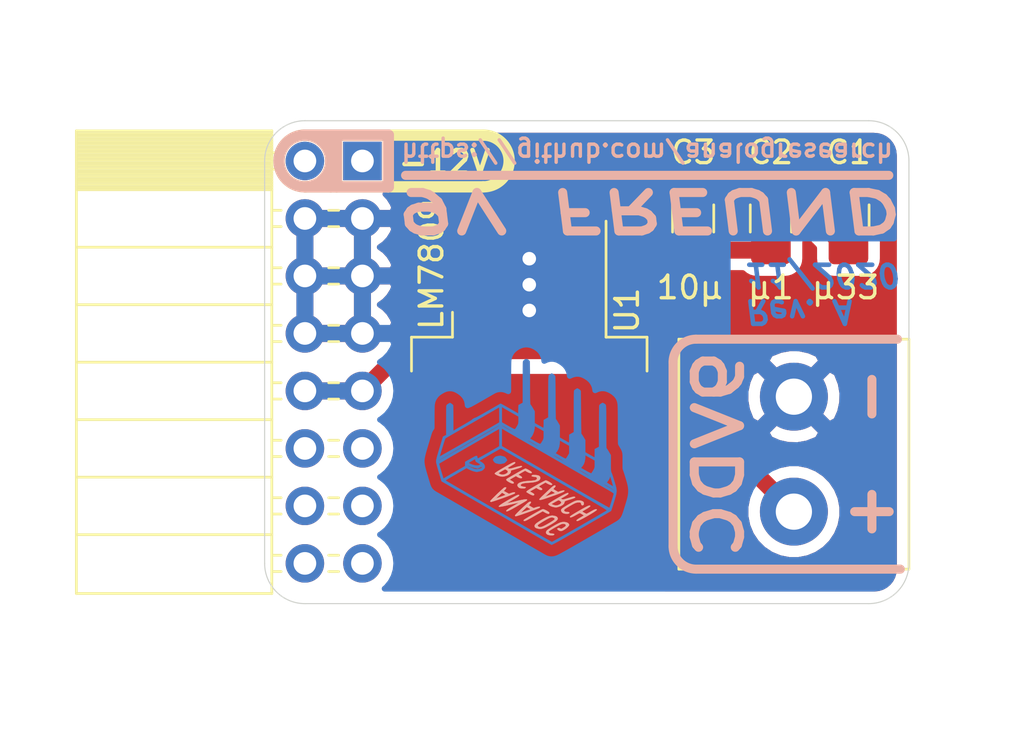
<source format=kicad_pcb>
(kicad_pcb (version 20171130) (host pcbnew "(5.1.4-0-10_14)")

  (general
    (thickness 1.6)
    (drawings 37)
    (tracks 23)
    (zones 0)
    (modules 7)
    (nets 12)
  )

  (page A4)
  (layers
    (0 F.Cu signal)
    (31 B.Cu signal)
    (32 B.Adhes user hide)
    (33 F.Adhes user hide)
    (34 B.Paste user hide)
    (35 F.Paste user hide)
    (36 B.SilkS user)
    (37 F.SilkS user)
    (38 B.Mask user)
    (39 F.Mask user)
    (40 Dwgs.User user)
    (41 Cmts.User user)
    (42 Eco1.User user)
    (43 Eco2.User user)
    (44 Edge.Cuts user)
    (45 Margin user hide)
    (46 B.CrtYd user)
    (47 F.CrtYd user)
    (48 B.Fab user)
    (49 F.Fab user)
  )

  (setup
    (last_trace_width 0.25)
    (trace_clearance 0.2)
    (zone_clearance 0.508)
    (zone_45_only no)
    (trace_min 0.2)
    (via_size 0.8)
    (via_drill 0.4)
    (via_min_size 0.4)
    (via_min_drill 0.3)
    (uvia_size 0.3)
    (uvia_drill 0.1)
    (uvias_allowed no)
    (uvia_min_size 0.2)
    (uvia_min_drill 0.1)
    (edge_width 0.05)
    (segment_width 0.2)
    (pcb_text_width 0.3)
    (pcb_text_size 1.5 1.5)
    (mod_edge_width 0.12)
    (mod_text_size 1 1)
    (mod_text_width 0.15)
    (pad_size 1.524 1.524)
    (pad_drill 0.762)
    (pad_to_mask_clearance 0.051)
    (solder_mask_min_width 0.25)
    (aux_axis_origin 0 0)
    (visible_elements FFFFFF7F)
    (pcbplotparams
      (layerselection 0x010fc_ffffffff)
      (usegerberextensions false)
      (usegerberattributes false)
      (usegerberadvancedattributes false)
      (creategerberjobfile false)
      (excludeedgelayer true)
      (linewidth 0.100000)
      (plotframeref false)
      (viasonmask false)
      (mode 1)
      (useauxorigin false)
      (hpglpennumber 1)
      (hpglpenspeed 20)
      (hpglpendiameter 15.000000)
      (psnegative false)
      (psa4output false)
      (plotreference true)
      (plotvalue true)
      (plotinvisibletext false)
      (padsonsilk false)
      (subtractmaskfromsilk false)
      (outputformat 1)
      (mirror false)
      (drillshape 1)
      (scaleselection 1)
      (outputdirectory ""))
  )

  (net 0 "")
  (net 1 GND)
  (net 2 +12V)
  (net 3 +9V)
  (net 4 "Net-(J1-Pad16)")
  (net 5 "Net-(J1-Pad15)")
  (net 6 "Net-(J1-Pad14)")
  (net 7 "Net-(J1-Pad13)")
  (net 8 "Net-(J1-Pad12)")
  (net 9 "Net-(J1-Pad11)")
  (net 10 "Net-(J1-Pad2)")
  (net 11 "Net-(J1-Pad1)")

  (net_class Default "Dies ist die voreingestellte Netzklasse."
    (clearance 0.2)
    (trace_width 0.25)
    (via_dia 0.8)
    (via_drill 0.4)
    (uvia_dia 0.3)
    (uvia_drill 0.1)
    (add_net "Net-(J1-Pad1)")
    (add_net "Net-(J1-Pad11)")
    (add_net "Net-(J1-Pad12)")
    (add_net "Net-(J1-Pad13)")
    (add_net "Net-(J1-Pad14)")
    (add_net "Net-(J1-Pad15)")
    (add_net "Net-(J1-Pad16)")
    (add_net "Net-(J1-Pad2)")
  )

  (net_class pwr ""
    (clearance 0.35)
    (trace_width 0.75)
    (via_dia 1)
    (via_drill 0.6)
    (uvia_dia 0.3)
    (uvia_drill 0.1)
    (add_net +12V)
    (add_net +9V)
    (add_net GND)
  )

  (module Connector_PinSocket_2.54mm:PinSocket_2x08_P2.54mm_Horizontal (layer F.Cu) (tedit 5A19A430) (tstamp 5F99732B)
    (at 125.476 94.234)
    (descr "Through hole angled socket strip, 2x08, 2.54mm pitch, 8.51mm socket length, double cols (from Kicad 4.0.7), script generated")
    (tags "Through hole angled socket strip THT 2x08 2.54mm double row")
    (path /5F9954B6)
    (fp_text reference J1 (at -5.65 -2.77) (layer F.SilkS) hide
      (effects (font (size 1 1) (thickness 0.15)))
    )
    (fp_text value Conn_02x08_Odd_Even (at -5.65 20.55) (layer F.Fab)
      (effects (font (size 1 1) (thickness 0.15)))
    )
    (fp_text user %R (at -8.315 8.89 90) (layer F.Fab)
      (effects (font (size 1 1) (thickness 0.15)))
    )
    (fp_line (start 1.8 19.55) (end 1.8 -1.8) (layer F.CrtYd) (width 0.05))
    (fp_line (start -13.05 19.55) (end 1.8 19.55) (layer F.CrtYd) (width 0.05))
    (fp_line (start -13.05 -1.8) (end -13.05 19.55) (layer F.CrtYd) (width 0.05))
    (fp_line (start 1.8 -1.8) (end -13.05 -1.8) (layer F.CrtYd) (width 0.05))
    (fp_line (start 0 -1.33) (end 1.11 -1.33) (layer F.SilkS) (width 0.12))
    (fp_line (start 1.11 -1.33) (end 1.11 0) (layer F.SilkS) (width 0.12))
    (fp_line (start -12.63 -1.33) (end -12.63 19.11) (layer F.SilkS) (width 0.12))
    (fp_line (start -12.63 19.11) (end -4 19.11) (layer F.SilkS) (width 0.12))
    (fp_line (start -4 -1.33) (end -4 19.11) (layer F.SilkS) (width 0.12))
    (fp_line (start -12.63 -1.33) (end -4 -1.33) (layer F.SilkS) (width 0.12))
    (fp_line (start -12.63 16.51) (end -4 16.51) (layer F.SilkS) (width 0.12))
    (fp_line (start -12.63 13.97) (end -4 13.97) (layer F.SilkS) (width 0.12))
    (fp_line (start -12.63 11.43) (end -4 11.43) (layer F.SilkS) (width 0.12))
    (fp_line (start -12.63 8.89) (end -4 8.89) (layer F.SilkS) (width 0.12))
    (fp_line (start -12.63 6.35) (end -4 6.35) (layer F.SilkS) (width 0.12))
    (fp_line (start -12.63 3.81) (end -4 3.81) (layer F.SilkS) (width 0.12))
    (fp_line (start -12.63 1.27) (end -4 1.27) (layer F.SilkS) (width 0.12))
    (fp_line (start -1.49 18.14) (end -1.05 18.14) (layer F.SilkS) (width 0.12))
    (fp_line (start -4 18.14) (end -3.59 18.14) (layer F.SilkS) (width 0.12))
    (fp_line (start -1.49 17.42) (end -1.05 17.42) (layer F.SilkS) (width 0.12))
    (fp_line (start -4 17.42) (end -3.59 17.42) (layer F.SilkS) (width 0.12))
    (fp_line (start -1.49 15.6) (end -1.05 15.6) (layer F.SilkS) (width 0.12))
    (fp_line (start -4 15.6) (end -3.59 15.6) (layer F.SilkS) (width 0.12))
    (fp_line (start -1.49 14.88) (end -1.05 14.88) (layer F.SilkS) (width 0.12))
    (fp_line (start -4 14.88) (end -3.59 14.88) (layer F.SilkS) (width 0.12))
    (fp_line (start -1.49 13.06) (end -1.05 13.06) (layer F.SilkS) (width 0.12))
    (fp_line (start -4 13.06) (end -3.59 13.06) (layer F.SilkS) (width 0.12))
    (fp_line (start -1.49 12.34) (end -1.05 12.34) (layer F.SilkS) (width 0.12))
    (fp_line (start -4 12.34) (end -3.59 12.34) (layer F.SilkS) (width 0.12))
    (fp_line (start -1.49 10.52) (end -1.05 10.52) (layer F.SilkS) (width 0.12))
    (fp_line (start -4 10.52) (end -3.59 10.52) (layer F.SilkS) (width 0.12))
    (fp_line (start -1.49 9.8) (end -1.05 9.8) (layer F.SilkS) (width 0.12))
    (fp_line (start -4 9.8) (end -3.59 9.8) (layer F.SilkS) (width 0.12))
    (fp_line (start -1.49 7.98) (end -1.05 7.98) (layer F.SilkS) (width 0.12))
    (fp_line (start -4 7.98) (end -3.59 7.98) (layer F.SilkS) (width 0.12))
    (fp_line (start -1.49 7.26) (end -1.05 7.26) (layer F.SilkS) (width 0.12))
    (fp_line (start -4 7.26) (end -3.59 7.26) (layer F.SilkS) (width 0.12))
    (fp_line (start -1.49 5.44) (end -1.05 5.44) (layer F.SilkS) (width 0.12))
    (fp_line (start -4 5.44) (end -3.59 5.44) (layer F.SilkS) (width 0.12))
    (fp_line (start -1.49 4.72) (end -1.05 4.72) (layer F.SilkS) (width 0.12))
    (fp_line (start -4 4.72) (end -3.59 4.72) (layer F.SilkS) (width 0.12))
    (fp_line (start -1.49 2.9) (end -1.05 2.9) (layer F.SilkS) (width 0.12))
    (fp_line (start -4 2.9) (end -3.59 2.9) (layer F.SilkS) (width 0.12))
    (fp_line (start -1.49 2.18) (end -1.05 2.18) (layer F.SilkS) (width 0.12))
    (fp_line (start -4 2.18) (end -3.59 2.18) (layer F.SilkS) (width 0.12))
    (fp_line (start -1.49 0.36) (end -1.11 0.36) (layer F.SilkS) (width 0.12))
    (fp_line (start -4 0.36) (end -3.59 0.36) (layer F.SilkS) (width 0.12))
    (fp_line (start -1.49 -0.36) (end -1.11 -0.36) (layer F.SilkS) (width 0.12))
    (fp_line (start -4 -0.36) (end -3.59 -0.36) (layer F.SilkS) (width 0.12))
    (fp_line (start -12.63 1.1519) (end -4 1.1519) (layer F.SilkS) (width 0.12))
    (fp_line (start -12.63 1.033805) (end -4 1.033805) (layer F.SilkS) (width 0.12))
    (fp_line (start -12.63 0.91571) (end -4 0.91571) (layer F.SilkS) (width 0.12))
    (fp_line (start -12.63 0.797615) (end -4 0.797615) (layer F.SilkS) (width 0.12))
    (fp_line (start -12.63 0.67952) (end -4 0.67952) (layer F.SilkS) (width 0.12))
    (fp_line (start -12.63 0.561425) (end -4 0.561425) (layer F.SilkS) (width 0.12))
    (fp_line (start -12.63 0.44333) (end -4 0.44333) (layer F.SilkS) (width 0.12))
    (fp_line (start -12.63 0.325235) (end -4 0.325235) (layer F.SilkS) (width 0.12))
    (fp_line (start -12.63 0.20714) (end -4 0.20714) (layer F.SilkS) (width 0.12))
    (fp_line (start -12.63 0.089045) (end -4 0.089045) (layer F.SilkS) (width 0.12))
    (fp_line (start -12.63 -0.02905) (end -4 -0.02905) (layer F.SilkS) (width 0.12))
    (fp_line (start -12.63 -0.147145) (end -4 -0.147145) (layer F.SilkS) (width 0.12))
    (fp_line (start -12.63 -0.26524) (end -4 -0.26524) (layer F.SilkS) (width 0.12))
    (fp_line (start -12.63 -0.383335) (end -4 -0.383335) (layer F.SilkS) (width 0.12))
    (fp_line (start -12.63 -0.50143) (end -4 -0.50143) (layer F.SilkS) (width 0.12))
    (fp_line (start -12.63 -0.619525) (end -4 -0.619525) (layer F.SilkS) (width 0.12))
    (fp_line (start -12.63 -0.73762) (end -4 -0.73762) (layer F.SilkS) (width 0.12))
    (fp_line (start -12.63 -0.855715) (end -4 -0.855715) (layer F.SilkS) (width 0.12))
    (fp_line (start -12.63 -0.97381) (end -4 -0.97381) (layer F.SilkS) (width 0.12))
    (fp_line (start -12.63 -1.091905) (end -4 -1.091905) (layer F.SilkS) (width 0.12))
    (fp_line (start -12.63 -1.21) (end -4 -1.21) (layer F.SilkS) (width 0.12))
    (fp_line (start 0 18.08) (end 0 17.48) (layer F.Fab) (width 0.1))
    (fp_line (start -4.06 18.08) (end 0 18.08) (layer F.Fab) (width 0.1))
    (fp_line (start 0 17.48) (end -4.06 17.48) (layer F.Fab) (width 0.1))
    (fp_line (start 0 15.54) (end 0 14.94) (layer F.Fab) (width 0.1))
    (fp_line (start -4.06 15.54) (end 0 15.54) (layer F.Fab) (width 0.1))
    (fp_line (start 0 14.94) (end -4.06 14.94) (layer F.Fab) (width 0.1))
    (fp_line (start 0 13) (end 0 12.4) (layer F.Fab) (width 0.1))
    (fp_line (start -4.06 13) (end 0 13) (layer F.Fab) (width 0.1))
    (fp_line (start 0 12.4) (end -4.06 12.4) (layer F.Fab) (width 0.1))
    (fp_line (start 0 10.46) (end 0 9.86) (layer F.Fab) (width 0.1))
    (fp_line (start -4.06 10.46) (end 0 10.46) (layer F.Fab) (width 0.1))
    (fp_line (start 0 9.86) (end -4.06 9.86) (layer F.Fab) (width 0.1))
    (fp_line (start 0 7.92) (end 0 7.32) (layer F.Fab) (width 0.1))
    (fp_line (start -4.06 7.92) (end 0 7.92) (layer F.Fab) (width 0.1))
    (fp_line (start 0 7.32) (end -4.06 7.32) (layer F.Fab) (width 0.1))
    (fp_line (start 0 5.38) (end 0 4.78) (layer F.Fab) (width 0.1))
    (fp_line (start -4.06 5.38) (end 0 5.38) (layer F.Fab) (width 0.1))
    (fp_line (start 0 4.78) (end -4.06 4.78) (layer F.Fab) (width 0.1))
    (fp_line (start 0 2.84) (end 0 2.24) (layer F.Fab) (width 0.1))
    (fp_line (start -4.06 2.84) (end 0 2.84) (layer F.Fab) (width 0.1))
    (fp_line (start 0 2.24) (end -4.06 2.24) (layer F.Fab) (width 0.1))
    (fp_line (start 0 0.3) (end 0 -0.3) (layer F.Fab) (width 0.1))
    (fp_line (start -4.06 0.3) (end 0 0.3) (layer F.Fab) (width 0.1))
    (fp_line (start 0 -0.3) (end -4.06 -0.3) (layer F.Fab) (width 0.1))
    (fp_line (start -12.57 19.05) (end -12.57 -1.27) (layer F.Fab) (width 0.1))
    (fp_line (start -4.06 19.05) (end -12.57 19.05) (layer F.Fab) (width 0.1))
    (fp_line (start -4.06 -0.3) (end -4.06 19.05) (layer F.Fab) (width 0.1))
    (fp_line (start -5.03 -1.27) (end -4.06 -0.3) (layer F.Fab) (width 0.1))
    (fp_line (start -12.57 -1.27) (end -5.03 -1.27) (layer F.Fab) (width 0.1))
    (pad 16 thru_hole oval (at -2.54 17.78) (size 1.7 1.7) (drill 1) (layers *.Cu *.Mask)
      (net 4 "Net-(J1-Pad16)"))
    (pad 15 thru_hole oval (at 0 17.78) (size 1.7 1.7) (drill 1) (layers *.Cu *.Mask)
      (net 5 "Net-(J1-Pad15)"))
    (pad 14 thru_hole oval (at -2.54 15.24) (size 1.7 1.7) (drill 1) (layers *.Cu *.Mask)
      (net 6 "Net-(J1-Pad14)"))
    (pad 13 thru_hole oval (at 0 15.24) (size 1.7 1.7) (drill 1) (layers *.Cu *.Mask)
      (net 7 "Net-(J1-Pad13)"))
    (pad 12 thru_hole oval (at -2.54 12.7) (size 1.7 1.7) (drill 1) (layers *.Cu *.Mask)
      (net 8 "Net-(J1-Pad12)"))
    (pad 11 thru_hole oval (at 0 12.7) (size 1.7 1.7) (drill 1) (layers *.Cu *.Mask)
      (net 9 "Net-(J1-Pad11)"))
    (pad 10 thru_hole oval (at -2.54 10.16) (size 1.7 1.7) (drill 1) (layers *.Cu *.Mask)
      (net 2 +12V))
    (pad 9 thru_hole oval (at 0 10.16) (size 1.7 1.7) (drill 1) (layers *.Cu *.Mask)
      (net 2 +12V))
    (pad 8 thru_hole oval (at -2.54 7.62) (size 1.7 1.7) (drill 1) (layers *.Cu *.Mask)
      (net 1 GND))
    (pad 7 thru_hole oval (at 0 7.62) (size 1.7 1.7) (drill 1) (layers *.Cu *.Mask)
      (net 1 GND))
    (pad 6 thru_hole oval (at -2.54 5.08) (size 1.7 1.7) (drill 1) (layers *.Cu *.Mask)
      (net 1 GND))
    (pad 5 thru_hole oval (at 0 5.08) (size 1.7 1.7) (drill 1) (layers *.Cu *.Mask)
      (net 1 GND))
    (pad 4 thru_hole oval (at -2.54 2.54) (size 1.7 1.7) (drill 1) (layers *.Cu *.Mask)
      (net 1 GND))
    (pad 3 thru_hole oval (at 0 2.54) (size 1.7 1.7) (drill 1) (layers *.Cu *.Mask)
      (net 1 GND))
    (pad 2 thru_hole oval (at -2.54 0) (size 1.7 1.7) (drill 1) (layers *.Cu *.Mask)
      (net 10 "Net-(J1-Pad2)"))
    (pad 1 thru_hole rect (at 0 0) (size 1.7 1.7) (drill 1) (layers *.Cu *.Mask)
      (net 11 "Net-(J1-Pad1)"))
    (model ${KISYS3DMOD}/Connector_PinSocket_2.54mm.3dshapes/PinSocket_2x08_P2.54mm_Horizontal.wrl
      (at (xyz 0 0 0))
      (scale (xyz 1 1 1))
      (rotate (xyz 0 0 0))
    )
  )

  (module stef:logo-analogresearch-10mm (layer B.Cu) (tedit 5CCAA62B) (tstamp 5FA88406)
    (at 132.842 107.188)
    (fp_text reference Ref** (at 0 6.35) (layer B.SilkS) hide
      (effects (font (size 1.27 1.27) (thickness 0.15)) (justify mirror))
    )
    (fp_text value Val** (at 0 6.35) (layer B.SilkS) hide
      (effects (font (size 1.27 1.27) (thickness 0.15)) (justify mirror))
    )
    (fp_poly (pts (xy 0.994283 4.002823) (xy 1.02328 3.990577) (xy 1.069484 3.967825) (xy 1.133964 3.933973)
      (xy 1.217788 3.888425) (xy 1.322027 3.830586) (xy 1.447749 3.759859) (xy 1.596023 3.675651)
      (xy 1.767918 3.577364) (xy 1.964504 3.464404) (xy 2.18685 3.336176) (xy 2.301955 3.269655)
      (xy 2.48834 3.161822) (xy 2.666971 3.058365) (xy 2.835925 2.960407) (xy 2.993275 2.869066)
      (xy 3.137099 2.785465) (xy 3.26547 2.710724) (xy 3.376464 2.645965) (xy 3.468156 2.592307)
      (xy 3.538621 2.550873) (xy 3.585936 2.522782) (xy 3.608174 2.509157) (xy 3.609606 2.508126)
      (xy 3.617878 2.489815) (xy 3.633856 2.445333) (xy 3.656141 2.378926) (xy 3.683331 2.294841)
      (xy 3.714027 2.197322) (xy 3.740575 2.111145) (xy 3.781002 1.978303) (xy 3.812556 1.870068)
      (xy 3.835316 1.780584) (xy 3.849362 1.703997) (xy 3.854772 1.63445) (xy 3.851625 1.566089)
      (xy 3.840001 1.493057) (xy 3.819978 1.409501) (xy 3.791635 1.309564) (xy 3.755052 1.187392)
      (xy 3.753128 1.180996) (xy 3.722098 1.079902) (xy 3.692731 0.988154) (xy 3.666629 0.910445)
      (xy 3.64539 0.85147) (xy 3.630615 0.815923) (xy 3.626128 0.808375) (xy 3.618646 0.794171)
      (xy 3.612938 0.767928) (xy 3.608795 0.72601) (xy 3.60601 0.664782) (xy 3.604376 0.580609)
      (xy 3.603684 0.469853) (xy 3.603625 0.414587) (xy 3.603625 0.045861) (xy 3.515386 -0.104069)
      (xy 3.478424 -0.164691) (xy 3.446185 -0.213559) (xy 3.42253 -0.245062) (xy 3.412198 -0.254)
      (xy 3.409034 -0.269614) (xy 3.406191 -0.315416) (xy 3.403695 -0.389846) (xy 3.40157 -0.491343)
      (xy 3.39984 -0.618346) (xy 3.398531 -0.769295) (xy 3.397667 -0.942629) (xy 3.397273 -1.136788)
      (xy 3.39725 -1.199606) (xy 3.396967 -1.426223) (xy 3.396124 -1.623797) (xy 3.394726 -1.791924)
      (xy 3.392782 -1.930205) (xy 3.390297 -2.038235) (xy 3.387278 -2.115615) (xy 3.383732 -2.161941)
      (xy 3.380844 -2.175866) (xy 3.356871 -2.201939) (xy 3.316623 -2.230278) (xy 3.301153 -2.238807)
      (xy 3.237867 -2.271092) (xy 3.168652 -2.230529) (xy 3.119802 -2.195483) (xy 3.0948 -2.15894)
      (xy 3.089593 -2.140749) (xy 3.087749 -2.115955) (xy 3.086011 -2.062476) (xy 3.084411 -1.983378)
      (xy 3.082983 -1.881726) (xy 3.08176 -1.760585) (xy 3.080775 -1.62302) (xy 3.08006 -1.472098)
      (xy 3.079649 -1.310882) (xy 3.079561 -1.208484) (xy 3.079373 -0.325437) (xy 2.984311 -0.273221)
      (xy 2.88925 -0.221005) (xy 2.88925 -0.039065) (xy 2.888471 0.032679) (xy 2.886354 0.09109)
      (xy 2.883228 0.129891) (xy 2.879692 0.142875) (xy 2.86323 0.135363) (xy 2.824495 0.114719)
      (xy 2.768658 0.08378) (xy 2.700887 0.045385) (xy 2.673317 0.029567) (xy 2.4765 -0.083741)
      (xy 2.4765 -0.61815) (xy 2.397029 -0.752697) (xy 2.36154 -0.811143) (xy 2.330721 -0.858917)
      (xy 2.308848 -0.88954) (xy 2.301779 -0.896996) (xy 2.298109 -0.915117) (xy 2.294834 -0.964142)
      (xy 2.291971 -1.043228) (xy 2.289534 -1.151533) (xy 2.28754 -1.288212) (xy 2.286005 -1.452423)
      (xy 2.284943 -1.643323) (xy 2.284417 -1.83053) (xy 2.283943 -1.999965) (xy 2.283137 -2.160705)
      (xy 2.282038 -2.309803) (xy 2.280685 -2.444311) (xy 2.279117 -2.56128) (xy 2.277371 -2.657764)
      (xy 2.275487 -2.730813) (xy 2.273502 -2.77748) (xy 2.271826 -2.794) (xy 2.248316 -2.830106)
      (xy 2.2015 -2.866231) (xy 2.191804 -2.871825) (xy 2.122791 -2.909963) (xy 2.054633 -2.87273)
      (xy 2.012542 -2.844285) (xy 1.983749 -2.814741) (xy 1.977704 -2.802842) (xy 1.976077 -2.781269)
      (xy 1.974539 -2.730911) (xy 1.973121 -2.654734) (xy 1.971851 -2.555703) (xy 1.970757 -2.436783)
      (xy 1.969868 -2.30094) (xy 1.969213 -2.15114) (xy 1.96882 -1.990346) (xy 1.968716 -1.872662)
      (xy 1.9685 -0.975137) (xy 1.865312 -0.915789) (xy 1.762125 -0.856441) (xy 1.762125 -0.68222)
      (xy 1.761443 -0.612135) (xy 1.759595 -0.555521) (xy 1.756877 -0.518792) (xy 1.754104 -0.508)
      (xy 1.738182 -0.515446) (xy 1.699854 -0.535917) (xy 1.644239 -0.566609) (xy 1.576454 -0.604719)
      (xy 1.547729 -0.621041) (xy 1.349375 -0.734082) (xy 1.349375 -1.267015) (xy 1.269415 -1.402869)
      (xy 1.23393 -1.461579) (xy 1.203171 -1.509586) (xy 1.181354 -1.540458) (xy 1.174165 -1.548173)
      (xy 1.170788 -1.566008) (xy 1.167783 -1.614177) (xy 1.165173 -1.691264) (xy 1.162982 -1.795855)
      (xy 1.161233 -1.926535) (xy 1.15995 -2.081889) (xy 1.159156 -2.260502) (xy 1.158875 -2.46096)
      (xy 1.158875 -2.467515) (xy 1.158698 -2.636104) (xy 1.15819 -2.796343) (xy 1.157384 -2.94521)
      (xy 1.156311 -3.079681) (xy 1.155003 -3.196733) (xy 1.153494 -3.293344) (xy 1.151815 -3.36649)
      (xy 1.149999 -3.413149) (xy 1.148584 -3.428857) (xy 1.132103 -3.469343) (xy 1.096064 -3.505489)
      (xy 1.066601 -3.525774) (xy 0.994908 -3.57124) (xy 0.937985 -3.537372) (xy 0.896743 -3.509869)
      (xy 0.865762 -3.484083) (xy 0.861218 -3.479093) (xy 0.856799 -3.466721) (xy 0.853033 -3.439985)
      (xy 0.84988 -3.396881) (xy 0.847297 -3.335407) (xy 0.845241 -3.253561) (xy 0.84367 -3.14934)
      (xy 0.842541 -3.02074) (xy 0.841813 -2.865761) (xy 0.841443 -2.682398) (xy 0.841375 -2.540347)
      (xy 0.841375 -1.626012) (xy 0.738187 -1.566664) (xy 0.635 -1.507316) (xy 0.635 -1.331772)
      (xy 0.633797 -1.261141) (xy 0.630522 -1.205396) (xy 0.625671 -1.170451) (xy 0.620675 -1.16152)
      (xy 0.602159 -1.170885) (xy 0.561601 -1.192776) (xy 0.504617 -1.224125) (xy 0.436818 -1.261862)
      (xy 0.422287 -1.27) (xy 0.238224 -1.373187) (xy 0.238174 -1.635456) (xy 0.238125 -1.897726)
      (xy 0.164704 -2.024394) (xy 0.128536 -2.0848) (xy 0.094708 -2.137842) (xy 0.068678 -2.175081)
      (xy 0.061517 -2.183835) (xy 0.055212 -2.191995) (xy 0.049864 -2.203147) (xy 0.045396 -2.21979)
      (xy 0.041727 -2.244424) (xy 0.038781 -2.279551) (xy 0.036477 -2.327669) (xy 0.034738 -2.391279)
      (xy 0.033485 -2.472881) (xy 0.032639 -2.574976) (xy 0.032121 -2.700062) (xy 0.031854 -2.850642)
      (xy 0.031758 -3.029213) (xy 0.03175 -3.130382) (xy 0.031587 -3.299185) (xy 0.03112 -3.459524)
      (xy 0.030378 -3.608398) (xy 0.02939 -3.742809) (xy 0.028187 -3.859759) (xy 0.026798 -3.956246)
      (xy 0.025252 -4.029274) (xy 0.02358 -4.075842) (xy 0.022235 -4.091728) (xy 0.001183 -4.135567)
      (xy -0.045868 -4.172224) (xy -0.047395 -4.173088) (xy -0.096687 -4.197687) (xy -0.133841 -4.204025)
      (xy -0.172725 -4.192054) (xy -0.208808 -4.172517) (xy -0.257028 -4.133089) (xy -0.276277 -4.091523)
      (xy -0.278045 -4.067098) (xy -0.279706 -4.013975) (xy -0.281229 -3.935205) (xy -0.282582 -3.833838)
      (xy -0.283736 -3.712928) (xy -0.284658 -3.575524) (xy -0.285317 -3.424678) (xy -0.285684 -3.263442)
      (xy -0.28575 -3.158215) (xy -0.28575 -2.272274) (xy -0.380539 -2.220163) (xy -0.475328 -2.168053)
      (xy -0.479758 -1.981319) (xy -0.484188 -1.794586) (xy -0.871088 -2.016223) (xy -0.971601 -2.073418)
      (xy -1.0631 -2.124747) (xy -1.142002 -2.16826) (xy -1.204719 -2.202003) (xy -1.247668 -2.224025)
      (xy -1.267263 -2.232373) (xy -1.267963 -2.232327) (xy -1.283495 -2.223423) (xy -1.323495 -2.200412)
      (xy -1.384926 -2.165043) (xy -1.464751 -2.119067) (xy -1.526876 -2.083276) (xy -1.2065 -2.083276)
      (xy -1.170782 -2.060415) (xy -1.147183 -2.046274) (xy -1.100317 -2.018982) (xy -1.034535 -1.981043)
      (xy -0.954191 -1.934963) (xy -0.863637 -1.883248) (xy -0.805657 -1.850238) (xy -0.47625 -1.662924)
      (xy -0.47625 -1.505787) (xy -0.476734 -1.433132) (xy -0.479871 -1.381909) (xy -0.488188 -1.341801)
      (xy -0.504212 -1.302489) (xy -0.530472 -1.253656) (xy -0.543719 -1.230351) (xy -0.577388 -1.175338)
      (xy -0.608403 -1.131672) (xy -0.631551 -1.106466) (xy -0.636794 -1.103334) (xy -0.659159 -1.108138)
      (xy -0.705124 -1.127813) (xy -0.771211 -1.160646) (xy -0.853945 -1.204925) (xy -0.93388 -1.249777)
      (xy -1.205362 -1.404937) (xy -1.205931 -1.744107) (xy -1.2065 -2.083276) (xy -1.526876 -2.083276)
      (xy -1.559931 -2.064233) (xy -1.667428 -2.002291) (xy -1.784205 -1.93499) (xy -1.808999 -1.9207)
      (xy -1.927897 -1.852474) (xy -2.038776 -1.789433) (xy -2.138499 -1.733319) (xy -2.223927 -1.685871)
      (xy -2.291921 -1.64883) (xy -2.339343 -1.623937) (xy -2.363055 -1.612932) (xy -2.364624 -1.612554)
      (xy -2.403577 -1.601027) (xy -2.45286 -1.576437) (xy -2.498758 -1.546453) (xy -2.524125 -1.523371)
      (xy -2.543638 -1.50824) (xy -2.587065 -1.479725) (xy -2.650697 -1.440092) (xy -2.730824 -1.391608)
      (xy -2.823736 -1.33654) (xy -2.925724 -1.277156) (xy -2.948782 -1.263869) (xy -3.349625 -1.033319)
      (xy -3.350741 -1.584253) (xy -3.351316 -1.714432) (xy -3.352443 -1.835259) (xy -3.354042 -1.942877)
      (xy -3.356032 -2.033428) (xy -3.358329 -2.103053) (xy -3.360853 -2.147894) (xy -3.362997 -2.163371)
      (xy -3.382825 -2.188379) (xy -3.41966 -2.218224) (xy -3.437164 -2.229594) (xy -3.500191 -2.267633)
      (xy -3.57439 -2.225924) (xy -3.625019 -2.191878) (xy -3.651412 -2.158094) (xy -3.657857 -2.137873)
      (xy -3.659916 -2.112015) (xy -3.661816 -2.05815) (xy -3.663506 -1.980022) (xy -3.664932 -1.881372)
      (xy -3.666044 -1.765944) (xy -3.666789 -1.63748) (xy -3.667115 -1.499724) (xy -3.667126 -1.47009)
      (xy -3.667126 -0.848649) (xy -3.738563 -0.809625) (xy -3.778945 -0.787173) (xy -3.804844 -0.772019)
      (xy -3.81 -0.768374) (xy -3.814433 -0.753227) (xy -3.827012 -0.711277) (xy -3.846657 -0.646098)
      (xy -3.872287 -0.561269) (xy -3.902822 -0.460364) (xy -3.937183 -0.34696) (xy -3.960813 -0.269043)
      (xy -4.007335 -0.113969) (xy -4.044381 0.01358) (xy -4.067849 0.09885) (xy -3.948854 0.09885)
      (xy -3.945688 0.080317) (xy -3.934322 0.036531) (xy -3.916281 -0.02754) (xy -3.893089 -0.106927)
      (xy -3.866273 -0.196659) (xy -3.837356 -0.291767) (xy -3.807864 -0.387281) (xy -3.779322 -0.478232)
      (xy -3.753254 -0.55965) (xy -3.731187 -0.626565) (xy -3.714644 -0.674009) (xy -3.70515 -0.69701)
      (xy -3.70427 -0.698207) (xy -3.688599 -0.70796) (xy -3.647652 -0.732213) (xy -3.583686 -0.769659)
      (xy -3.498958 -0.818987) (xy -3.395725 -0.878889) (xy -3.276245 -0.948056) (xy -3.142776 -1.02518)
      (xy -2.997575 -1.108952) (xy -2.842899 -1.198063) (xy -2.738438 -1.258176) (xy -2.571516 -1.354199)
      (xy -2.407016 -1.448844) (xy -2.247925 -1.540392) (xy -2.09723 -1.627122) (xy -1.957917 -1.707317)
      (xy -1.832975 -1.779255) (xy -1.725391 -1.841217) (xy -1.638151 -1.891484) (xy -1.574242 -1.928336)
      (xy -1.55575 -1.93901) (xy -1.325563 -2.071959) (xy -1.321272 -1.740093) (xy -1.320189 -1.641036)
      (xy -1.319609 -1.553406) (xy -1.319532 -1.481924) (xy -1.319958 -1.431308) (xy -1.320887 -1.406275)
      (xy -1.321272 -1.404451) (xy -1.338545 -1.393373) (xy -1.380718 -1.368153) (xy -1.445487 -1.330111)
      (xy -1.530552 -1.280563) (xy -1.633608 -1.220826) (xy -1.752355 -1.152217) (xy -1.88449 -1.076054)
      (xy -2.027709 -0.993654) (xy -2.179713 -0.906334) (xy -2.338197 -0.815411) (xy -2.500859 -0.722203)
      (xy -2.665398 -0.628026) (xy -2.829511 -0.534199) (xy -2.990895 -0.442037) (xy -3.147249 -0.352858)
      (xy -3.296269 -0.26798) (xy -3.435655 -0.18872) (xy -3.563103 -0.116394) (xy -3.676311 -0.052321)
      (xy -3.772977 0.002184) (xy -3.850799 0.045802) (xy -3.907474 0.077216) (xy -3.9407 0.095109)
      (xy -3.948854 0.09885) (xy -4.067849 0.09885) (xy -4.072615 0.116165) (xy -4.0927 0.196349)
      (xy -4.105299 0.256695) (xy -4.108431 0.280057) (xy -3.995611 0.280057) (xy -3.987348 0.268754)
      (xy -3.957767 0.247344) (xy -3.918761 0.223667) (xy -3.892612 0.20866) (xy -3.841096 0.178964)
      (xy -3.766325 0.1358) (xy -3.670409 0.080388) (xy -3.555459 0.013947) (xy -3.423586 -0.0623)
      (xy -3.2769 -0.147135) (xy -3.117511 -0.239337) (xy -2.947531 -0.337686) (xy -2.76907 -0.44096)
      (xy -2.587625 -0.54598) (xy -2.404824 -0.651713) (xy -2.229766 -0.75281) (xy -2.064411 -0.848146)
      (xy -1.910722 -0.936599) (xy -1.77066 -1.017044) (xy -1.646186 -1.088359) (xy -1.539262 -1.149418)
      (xy -1.451849 -1.199099) (xy -1.385909 -1.236277) (xy -1.343403 -1.25983) (xy -1.326293 -1.268634)
      (xy -1.32613 -1.268667) (xy -1.325964 -1.268262) (xy -1.208182 -1.268262) (xy -1.19879 -1.267838)
      (xy -1.168083 -1.253776) (xy -1.114554 -1.225323) (xy -1.036693 -1.181727) (xy -0.951356 -1.132838)
      (xy -0.874444 -1.087814) (xy -0.808788 -1.048105) (xy -0.758659 -1.016396) (xy -0.728324 -0.995376)
      (xy -0.721255 -0.987953) (xy -0.736319 -0.993199) (xy -0.773263 -1.011483) (xy -0.826611 -1.039726)
      (xy -0.890887 -1.07485) (xy -0.960616 -1.113778) (xy -1.03032 -1.153431) (xy -1.094525 -1.190731)
      (xy -1.147754 -1.222601) (xy -1.184531 -1.245961) (xy -1.197769 -1.255802) (xy -1.208182 -1.268262)
      (xy -1.325964 -1.268262) (xy -1.323105 -1.261325) (xy -1.334067 -1.248557) (xy -1.352182 -1.236511)
      (xy -1.395156 -1.210332) (xy -1.460699 -1.171334) (xy -1.546521 -1.120833) (xy -1.650333 -1.060143)
      (xy -1.769844 -0.99058) (xy -1.902766 -0.913459) (xy -2.046809 -0.830095) (xy -2.199682 -0.741802)
      (xy -2.359097 -0.649896) (xy -2.522762 -0.555693) (xy -2.68839 -0.460506) (xy -2.853689 -0.365651)
      (xy -3.016371 -0.272444) (xy -3.174145 -0.182198) (xy -3.324722 -0.09623) (xy -3.465812 -0.015854)
      (xy -3.595126 0.057614) (xy -3.710373 0.12286) (xy -3.809264 0.178569) (xy -3.88951 0.223425)
      (xy -3.94882 0.256113) (xy -3.984905 0.275319) (xy -3.995611 0.280057) (xy -4.108431 0.280057)
      (xy -4.111074 0.299764) (xy -4.111625 0.313601) (xy -4.107951 0.35594) (xy -4.096504 0.416962)
      (xy -4.096067 0.418773) (xy -3.977352 0.418773) (xy -3.976784 0.415471) (xy -3.961804 0.406179)
      (xy -3.921219 0.382131) (xy -3.856928 0.344429) (xy -3.770829 0.294177) (xy -3.664823 0.232479)
      (xy -3.540808 0.160436) (xy -3.400684 0.079152) (xy -3.246351 -0.01027) (xy -3.079708 -0.106726)
      (xy -2.902654 -0.209115) (xy -2.717088 -0.316332) (xy -2.645855 -0.357465) (xy -1.325563 -1.119744)
      (xy -1.321305 -0.739548) (xy -1.320603 -0.632696) (xy -1.320914 -0.536514) (xy -1.322145 -0.455516)
      (xy -1.324207 -0.394218) (xy -1.327007 -0.357134) (xy -1.328068 -0.352841) (xy -1.2065 -0.352841)
      (xy -1.2065 -1.129714) (xy -1.154907 -1.098643) (xy -1.128959 -1.083329) (xy -1.079201 -1.054249)
      (xy -1.009302 -1.013536) (xy -0.922934 -0.963327) (xy -0.823767 -0.905754) (xy -0.715472 -0.842954)
      (xy -0.642938 -0.800929) (xy -0.521384 -0.730558) (xy -0.450938 -0.689807) (xy 0.034806 -0.689807)
      (xy 0.097396 -0.764563) (xy 0.140839 -0.831207) (xy 0.180431 -0.918344) (xy 0.212293 -1.014719)
      (xy 0.232548 -1.109077) (xy 0.237791 -1.172104) (xy 0.240946 -1.212422) (xy 0.248523 -1.234234)
      (xy 0.252706 -1.235604) (xy 0.271317 -1.226218) (xy 0.311932 -1.204277) (xy 0.368926 -1.172861)
      (xy 0.43667 -1.135054) (xy 0.450786 -1.127125) (xy 0.634284 -1.023937) (xy 0.634331 -0.849312)
      (xy 0.633983 -0.772256) (xy 0.631631 -0.718136) (xy 0.625386 -0.678136) (xy 0.613359 -0.643442)
      (xy 0.593661 -0.60524) (xy 0.575157 -0.573165) (xy 0.542981 -0.521373) (xy 0.513715 -0.48007)
      (xy 0.493287 -0.457566) (xy 0.492125 -0.456771) (xy 0.473817 -0.455504) (xy 0.439576 -0.466729)
      (xy 0.386466 -0.491779) (xy 0.311548 -0.531985) (xy 0.251559 -0.565853) (xy 0.034806 -0.689807)
      (xy -0.450938 -0.689807) (xy -0.398317 -0.659368) (xy -0.29269 -0.598313) (xy -0.058049 -0.598313)
      (xy -0.057065 -0.602788) (xy -0.052553 -0.60325) (xy -0.033321 -0.595659) (xy 0.00826 -0.574675)
      (xy 0.067164 -0.542983) (xy 0.138362 -0.503267) (xy 0.189529 -0.474028) (xy 0.264029 -0.430385)
      (xy 0.327127 -0.392121) (xy 0.374428 -0.362006) (xy 0.401539 -0.342812) (xy 0.406162 -0.337371)
      (xy 0.390517 -0.342165) (xy 0.352431 -0.360342) (xy 0.296914 -0.389334) (xy 0.228976 -0.426569)
      (xy 0.195394 -0.445495) (xy 0.100676 -0.499548) (xy 0.030846 -0.540027) (xy -0.016968 -0.568762)
      (xy -0.045642 -0.587581) (xy -0.058049 -0.598313) (xy -0.29269 -0.598313) (xy -0.279122 -0.590471)
      (xy -0.16918 -0.526975) (xy -0.073877 -0.471991) (xy 0.001404 -0.428629) (xy 0.023812 -0.415748)
      (xy 0.14032 -0.348779) (xy 0.280918 -0.267879) (xy 0.44221 -0.175007) (xy 0.620799 -0.072122)
      (xy 0.674658 -0.041081) (xy 1.162989 -0.041081) (xy 1.223519 -0.116526) (xy 1.285758 -0.219082)
      (xy 1.326715 -0.344923) (xy 1.345943 -0.488099) (xy 1.352839 -0.603136) (xy 1.450326 -0.547287)
      (xy 1.517145 -0.509325) (xy 1.593781 -0.466248) (xy 1.654862 -0.432251) (xy 1.761912 -0.373062)
      (xy 1.762018 -0.201212) (xy 1.762125 -0.029363) (xy 1.695898 0.082113) (xy 1.662936 0.134837)
      (xy 1.63411 0.176028) (xy 1.614468 0.198613) (xy 1.61133 0.200628) (xy 1.591934 0.19546)
      (xy 1.550409 0.176597) (xy 1.491888 0.146618) (xy 1.421501 0.108104) (xy 1.377989 0.083292)
      (xy 1.162989 -0.041081) (xy 0.674658 -0.041081) (xy 0.813289 0.038817) (xy 0.837016 0.052497)
      (xy 1.068946 0.052497) (xy 1.069963 0.04806) (xy 1.074293 0.047625) (xy 1.093445 0.055176)
      (xy 1.135001 0.076051) (xy 1.193938 0.107582) (xy 1.265231 0.147102) (xy 1.316831 0.17639)
      (xy 1.391489 0.21987) (xy 1.454688 0.258052) (xy 1.502039 0.288172) (xy 1.529154 0.307466)
      (xy 1.533744 0.313047) (xy 1.517936 0.308413) (xy 1.479709 0.290368) (xy 1.424085 0.261473)
      (xy 1.356084 0.224287) (xy 1.322519 0.20538) (xy 1.227752 0.151298) (xy 1.157881 0.110793)
      (xy 1.110035 0.08204) (xy 1.081347 0.063216) (xy 1.068946 0.052497) (xy 0.837016 0.052497)
      (xy 1.016282 0.15585) (xy 1.226382 0.277017) (xy 1.440193 0.400361) (xy 1.654316 0.523922)
      (xy 1.798734 0.607284) (xy 2.285523 0.607284) (xy 2.349173 0.530259) (xy 2.409771 0.435973)
      (xy 2.450089 0.322937) (xy 2.47131 0.187644) (xy 2.473068 0.162776) (xy 2.479964 0.047739)
      (xy 2.577451 0.103588) (xy 2.64427 0.14155) (xy 2.720906 0.184627) (xy 2.781987 0.218624)
      (xy 2.889037 0.277813) (xy 2.889143 0.441044) (xy 2.888787 0.515032) (xy 2.886027 0.567143)
      (xy 2.8785 0.607251) (xy 2.863845 0.645228) (xy 2.839697 0.690947) (xy 2.821781 0.722501)
      (xy 2.78899 0.777149) (xy 2.760085 0.820308) (xy 2.739841 0.845018) (xy 2.735602 0.848055)
      (xy 2.716063 0.843017) (xy 2.674371 0.824322) (xy 2.615669 0.794531) (xy 2.5451 0.756206)
      (xy 2.501208 0.731334) (xy 2.285523 0.607284) (xy 1.798734 0.607284) (xy 1.865357 0.64574)
      (xy 1.948335 0.693653) (xy 2.19075 0.693653) (xy 2.202685 0.692229) (xy 2.232852 0.70501)
      (xy 2.250281 0.714694) (xy 2.287117 0.736245) (xy 2.343866 0.76917) (xy 2.412897 0.809053)
      (xy 2.486579 0.851475) (xy 2.489245 0.853007) (xy 2.555252 0.891818) (xy 2.60911 0.925178)
      (xy 2.645958 0.949947) (xy 2.660939 0.962985) (xy 2.660878 0.963914) (xy 2.64496 0.959442)
      (xy 2.607474 0.941529) (xy 2.553918 0.913333) (xy 2.489788 0.878016) (xy 2.42058 0.838736)
      (xy 2.351792 0.798653) (xy 2.28892 0.760928) (xy 2.23746 0.72872) (xy 2.202909 0.705189)
      (xy 2.19075 0.693653) (xy 1.948335 0.693653) (xy 2.069917 0.763856) (xy 2.2646 0.876311)
      (xy 2.446009 0.981146) (xy 2.587625 1.063028) (xy 2.738593 1.150329) (xy 2.886477 1.23582)
      (xy 2.913246 1.251291) (xy 3.429 1.251291) (xy 3.438609 1.231073) (xy 3.463239 1.196522)
      (xy 3.48371 1.171444) (xy 3.517841 1.124433) (xy 3.542706 1.077257) (xy 3.549076 1.057795)
      (xy 3.5613 1.010822) (xy 3.572461 0.995075) (xy 3.584602 1.010181) (xy 3.597794 1.048942)
      (xy 3.611515 1.095297) (xy 3.631167 1.161172) (xy 3.653499 1.235693) (xy 3.664996 1.273928)
      (xy 3.683359 1.337496) (xy 3.696238 1.387232) (xy 3.702164 1.417102) (xy 3.701261 1.422899)
      (xy 3.594746 1.362365) (xy 3.513848 1.314174) (xy 3.45938 1.278839) (xy 3.432154 1.256871)
      (xy 3.429 1.251291) (xy 2.913246 1.251291) (xy 3.02805 1.317639) (xy 3.066504 1.339856)
      (xy 3.302 1.339856) (xy 3.305659 1.334884) (xy 3.318996 1.337504) (xy 3.345552 1.349487)
      (xy 3.388865 1.372607) (xy 3.452477 1.408633) (xy 3.535112 1.456532) (xy 3.607916 1.499811)
      (xy 3.669877 1.538249) (xy 3.716267 1.568782) (xy 3.742355 1.588349) (xy 3.746336 1.593295)
      (xy 3.735313 1.596148) (xy 3.710781 1.584302) (xy 3.683996 1.568055) (xy 3.636049 1.539725)
      (xy 3.573307 1.503045) (xy 3.502135 1.461753) (xy 3.488531 1.453894) (xy 3.4204 1.414121)
      (xy 3.363422 1.380018) (xy 3.322617 1.354654) (xy 3.303008 1.341099) (xy 3.302 1.339856)
      (xy 3.066504 1.339856) (xy 3.160086 1.393922) (xy 3.279358 1.462805) (xy 3.382641 1.522425)
      (xy 3.466708 1.570918) (xy 3.528332 1.606422) (xy 3.551905 1.619975) (xy 3.618736 1.659845)
      (xy 3.67419 1.695787) (xy 3.71306 1.724211) (xy 3.730137 1.741529) (xy 3.730499 1.743032)
      (xy 3.726045 1.765343) (xy 3.713743 1.811743) (xy 3.695339 1.876516) (xy 3.672579 1.953945)
      (xy 3.647206 2.038313) (xy 3.620967 2.123904) (xy 3.595607 2.205) (xy 3.57287 2.275884)
      (xy 3.554501 2.330841) (xy 3.542247 2.364153) (xy 3.538749 2.371174) (xy 3.523975 2.364826)
      (xy 3.48315 2.343345) (xy 3.417683 2.307534) (xy 3.328984 2.258197) (xy 3.218461 2.196135)
      (xy 3.087525 2.122152) (xy 2.937585 2.037052) (xy 2.77005 1.941637) (xy 2.58633 1.83671)
      (xy 2.387835 1.723074) (xy 2.175973 1.601532) (xy 1.952154 1.472888) (xy 1.717789 1.337944)
      (xy 1.474285 1.197503) (xy 1.223053 1.052368) (xy 1.16022 1.016034) (xy -1.2065 -0.352841)
      (xy -1.328068 -0.352841) (xy -1.329243 -0.34809) (xy -1.347494 -0.335887) (xy -1.388949 -0.310645)
      (xy -1.449684 -0.274614) (xy -1.525778 -0.230044) (xy -1.613307 -0.179183) (xy -1.708351 -0.124282)
      (xy -1.806986 -0.06759) (xy -1.905289 -0.011357) (xy -1.99934 0.042168) (xy -2.085215 0.090735)
      (xy -2.158991 0.132094) (xy -2.216747 0.163997) (xy -2.254561 0.184192) (xy -2.268325 0.1905)
      (xy -2.280508 0.176627) (xy -2.288698 0.142987) (xy -2.288963 0.140508) (xy -2.294506 0.106123)
      (xy -2.3054 0.084151) (xy -2.32509 0.075292) (xy -2.357024 0.080242) (xy -2.404647 0.0997)
      (xy -2.471404 0.134362) (xy -2.560743 0.184927) (xy -2.588914 0.201241) (xy -2.833688 0.343375)
      (xy -2.833688 0.381) (xy -2.66685 0.381) (xy -2.65407 0.370442) (xy -2.620687 0.348901)
      (xy -2.573972 0.320599) (xy -2.521195 0.289755) (xy -2.469627 0.260592) (xy -2.426538 0.237329)
      (xy -2.399199 0.224187) (xy -2.394163 0.222701) (xy -2.385383 0.236257) (xy -2.378672 0.269858)
      (xy -2.378288 0.273535) (xy -2.371981 0.302896) (xy -2.355471 0.327172) (xy -2.322451 0.352926)
      (xy -2.273188 0.382921) (xy -2.222954 0.412582) (xy -2.184053 0.436505) (xy -2.164222 0.449919)
      (xy -2.163594 0.45049) (xy -2.17067 0.461663) (xy -2.199615 0.478675) (xy -2.216094 0.486148)
      (xy -2.252851 0.499321) (xy -2.288434 0.504488) (xy -2.333673 0.502045) (xy -2.397125 0.492762)
      (xy -2.455474 0.479649) (xy -2.518307 0.459999) (xy -2.578182 0.436897) (xy -2.627659 0.413425)
      (xy -2.659296 0.392667) (xy -2.66685 0.381) (xy -2.833688 0.381) (xy -2.833688 0.503707)
      (xy -2.714625 0.503707) (xy -2.702313 0.502793) (xy -2.67053 0.515389) (xy -2.639219 0.531614)
      (xy -2.587863 0.554559) (xy -2.517995 0.57825) (xy -2.442465 0.598473) (xy -2.421337 0.603087)
      (xy -2.278862 0.632356) (xy -2.184509 0.594017) (xy -2.123977 0.57152) (xy -2.0901 0.564428)
      (xy -2.081723 0.572833) (xy -2.097688 0.596829) (xy -2.101108 0.600676) (xy -2.138106 0.62459)
      (xy -2.196504 0.644335) (xy -2.266017 0.65772) (xy -2.336357 0.662552) (xy -2.379058 0.659883)
      (xy -2.420062 0.649813) (xy -2.475064 0.630332) (xy -2.537031 0.604715) (xy -2.598929 0.576235)
      (xy -2.653725 0.548165) (xy -2.694385 0.523778) (xy -2.713876 0.506348) (xy -2.714625 0.503707)
      (xy -2.833688 0.503707) (xy -2.833688 0.523913) (xy -3.262313 0.771279) (xy -3.370614 0.833839)
      (xy -3.472054 0.892547) (xy -3.562811 0.945181) (xy -3.639063 0.989522) (xy -3.696989 1.023348)
      (xy -3.732765 1.04444) (xy -3.740052 1.048835) (xy -3.789167 1.079025) (xy -3.888294 0.752577)
      (xy -3.917003 0.655999) (xy -3.94146 0.569768) (xy -3.960469 0.498446) (xy -3.972832 0.446594)
      (xy -3.977352 0.418773) (xy -4.096067 0.418773) (xy -4.076647 0.499225) (xy -4.047745 0.605281)
      (xy -4.009161 0.737688) (xy -3.990686 0.799222) (xy -3.880851 1.162569) (xy -3.694652 1.162569)
      (xy -3.682297 1.152173) (xy -3.645517 1.12795) (xy -3.587457 1.091811) (xy -3.511265 1.045667)
      (xy -3.42009 0.99143) (xy -3.317079 0.931012) (xy -3.234277 0.882981) (xy -2.770188 0.615025)
      (xy -2.660088 0.674539) (xy -2.58634 0.709315) (xy -2.502648 0.741279) (xy -2.433869 0.761719)
      (xy -2.373321 0.775258) (xy -2.328611 0.781138) (xy -2.286723 0.77929) (xy -2.234636 0.769649)
      (xy -2.194719 0.760481) (xy -2.128589 0.743261) (xy -2.083338 0.725575) (xy -2.048489 0.701954)
      (xy -2.013568 0.666933) (xy -2.011879 0.66506) (xy -1.977322 0.623639) (xy -1.961306 0.592704)
      (xy -1.959279 0.560951) (xy -1.962067 0.541365) (xy -1.976125 0.485868) (xy -1.999943 0.440862)
      (xy -2.038939 0.400108) (xy -2.098532 0.357364) (xy -2.14799 0.32725) (xy -2.208417 0.291803)
      (xy -1.735246 0.0189) (xy -1.623857 -0.045075) (xy -1.521243 -0.103492) (xy -1.43062 -0.154562)
      (xy -1.355203 -0.196493) (xy -1.29821 -0.227495) (xy -1.262855 -0.245776) (xy -1.252297 -0.250033)
      (xy -1.23773 -0.241786) (xy -1.197098 -0.218454) (xy -1.131819 -0.180855) (xy -1.043309 -0.129809)
      (xy -0.932983 -0.066132) (xy -0.802257 0.009356) (xy -0.652549 0.095837) (xy -0.485274 0.192494)
      (xy -0.301848 0.298506) (xy -0.103688 0.413058) (xy 0.10779 0.535329) (xy 0.331171 0.664501)
      (xy 0.565038 0.799758) (xy 0.807975 0.940279) (xy 1.058565 1.085246) (xy 1.101674 1.110187)
      (xy 1.410322 1.288825) (xy 1.69244 1.452257) (xy 1.949036 1.60108) (xy 2.181117 1.735889)
      (xy 2.389691 1.857282) (xy 2.575766 1.965855) (xy 2.74035 2.062205) (xy 2.884451 2.146927)
      (xy 3.009077 2.220618) (xy 3.115235 2.283874) (xy 3.203933 2.337293) (xy 3.276179 2.38147)
      (xy 3.332981 2.417003) (xy 3.375347 2.444486) (xy 3.404284 2.464517) (xy 3.420801 2.477693)
      (xy 3.425905 2.484609) (xy 3.425527 2.485419) (xy 3.406998 2.497885) (xy 3.363629 2.524458)
      (xy 3.29784 2.563746) (xy 3.212051 2.61436) (xy 3.108684 2.674907) (xy 2.990157 2.743998)
      (xy 2.858892 2.820241) (xy 2.717308 2.902246) (xy 2.567825 2.988622) (xy 2.412864 3.077978)
      (xy 2.254846 3.168923) (xy 2.096189 3.260066) (xy 1.939315 3.350017) (xy 1.786643 3.437384)
      (xy 1.640594 3.520777) (xy 1.503588 3.598806) (xy 1.378045 3.670078) (xy 1.266386 3.733204)
      (xy 1.17103 3.786792) (xy 1.094398 3.829452) (xy 1.03891 3.859792) (xy 1.006986 3.876423)
      (xy 1.000125 3.879242) (xy 0.984168 3.871339) (xy 0.942543 3.848497) (xy 0.876972 3.811713)
      (xy 0.78918 3.761984) (xy 0.680889 3.700306) (xy 0.553823 3.627678) (xy 0.409704 3.545096)
      (xy 0.250257 3.453558) (xy 0.077205 3.35406) (xy -0.10773 3.247601) (xy -0.302823 3.135177)
      (xy -0.506352 3.017786) (xy -0.716593 2.896424) (xy -0.931822 2.772089) (xy -1.150318 2.645779)
      (xy -1.370355 2.518489) (xy -1.590211 2.391219) (xy -1.808163 2.264964) (xy -2.022487 2.140722)
      (xy -2.23146 2.01949) (xy -2.433359 1.902265) (xy -2.62646 1.790045) (xy -2.809039 1.683827)
      (xy -2.979375 1.584608) (xy -3.135743 1.493386) (xy -3.27642 1.411156) (xy -3.399683 1.338918)
      (xy -3.503808 1.277667) (xy -3.587072 1.228401) (xy -3.647752 1.192118) (xy -3.684125 1.169814)
      (xy -3.694652 1.162569) (xy -3.880851 1.162569) (xy -3.869746 1.199305) (xy -1.45756 2.595934)
      (xy -1.201879 2.743954) (xy -0.953422 2.88776) (xy -0.713596 3.026539) (xy -0.483809 3.159476)
      (xy -0.265471 3.285759) (xy -0.05999 3.404573) (xy 0.131227 3.515104) (xy 0.306769 3.616538)
      (xy 0.465229 3.708063) (xy 0.605199 3.788863) (xy 0.72527 3.858126) (xy 0.824032 3.915037)
      (xy 0.900079 3.958782) (xy 0.952001 3.988548) (xy 0.978391 4.003521) (xy 0.981424 4.00516)
      (xy 0.994283 4.002823)) (layer B.Cu) (width 0.01))
    (fp_poly (pts (xy -1.220709 0.424138) (xy -1.19497 0.419558) (xy -1.134024 0.406251) (xy -1.092895 0.390167)
      (xy -1.059834 0.365126) (xy -1.029608 0.332533) (xy -0.971777 0.265614) (xy -1.018208 0.192339)
      (xy -1.045815 0.152312) (xy -1.072617 0.126987) (xy -1.10896 0.109557) (xy -1.165187 0.09322)
      (xy -1.171288 0.091644) (xy -1.225488 0.078143) (xy -1.266486 0.068739) (xy -1.285694 0.0654)
      (xy -1.285875 0.065418) (xy -1.304401 0.068873) (xy -1.345018 0.07673) (xy -1.395033 0.086523)
      (xy -1.455763 0.101017) (xy -1.497165 0.119548) (xy -1.531565 0.148654) (xy -1.549219 0.168311)
      (xy -1.579704 0.206978) (xy -1.59914 0.237479) (xy -1.602779 0.24765) (xy -1.59443 0.269811)
      (xy -1.572509 0.306665) (xy -1.557075 0.329028) (xy -1.527563 0.365291) (xy -1.49688 0.388363)
      (xy -1.454058 0.404608) (xy -1.406638 0.416305) (xy -1.33949 0.428838) (xy -1.283421 0.431359)
      (xy -1.220709 0.424138)) (layer B.Cu) (width 0.01))
    (fp_poly (pts (xy 0.140745 4.989666) (xy 0.255221 4.989058) (xy 0.348908 4.987564) (xy 0.427284 4.984876)
      (xy 0.49583 4.980683) (xy 0.560026 4.974674) (xy 0.62535 4.966541) (xy 0.697284 4.955972)
      (xy 0.754062 4.94703) (xy 1.153956 4.867624) (xy 1.540505 4.759526) (xy 1.913129 4.623049)
      (xy 2.271245 4.458503) (xy 2.614272 4.266202) (xy 2.941628 4.046457) (xy 3.252733 3.79958)
      (xy 3.547003 3.525885) (xy 3.699782 3.365872) (xy 3.953871 3.065218) (xy 4.182135 2.746487)
      (xy 4.38404 2.410803) (xy 4.559052 2.059286) (xy 4.706636 1.693056) (xy 4.826257 1.313237)
      (xy 4.91738 0.920947) (xy 4.947538 0.749529) (xy 4.959779 0.670648) (xy 4.969414 0.601598)
      (xy 4.97675 0.536903) (xy 4.982097 0.471085) (xy 4.985764 0.398667) (xy 4.988061 0.314172)
      (xy 4.989295 0.212121) (xy 4.989777 0.087038) (xy 4.989833 0) (xy 4.989651 -0.141281)
      (xy 4.988899 -0.256291) (xy 4.987268 -0.350506) (xy 4.984449 -0.429405) (xy 4.980133 -0.498465)
      (xy 4.97401 -0.563162) (xy 4.965772 -0.628974) (xy 4.95511 -0.701379) (xy 4.947538 -0.749528)
      (xy 4.869395 -1.142731) (xy 4.762935 -1.523454) (xy 4.629278 -1.890577) (xy 4.469543 -2.242981)
      (xy 4.284849 -2.579544) (xy 4.076316 -2.899148) (xy 3.845063 -3.200672) (xy 3.592209 -3.482996)
      (xy 3.318875 -3.745) (xy 3.026178 -3.985563) (xy 2.71524 -4.203566) (xy 2.387179 -4.397889)
      (xy 2.043114 -4.567412) (xy 1.684166 -4.711014) (xy 1.311453 -4.827575) (xy 0.926095 -4.915976)
      (xy 0.754062 -4.945471) (xy 0.653635 -4.960091) (xy 0.561927 -4.971236) (xy 0.471168 -4.979462)
      (xy 0.373592 -4.985326) (xy 0.261431 -4.989384) (xy 0.126917 -4.992192) (xy 0.09525 -4.992673)
      (xy -0.023201 -4.993725) (xy -0.140584 -4.993572) (xy -0.250079 -4.992311) (xy -0.344869 -4.990039)
      (xy -0.418136 -4.986854) (xy -0.4445 -4.984956) (xy -0.825157 -4.935725) (xy -1.202207 -4.856311)
      (xy -1.572992 -4.747881) (xy -1.934853 -4.611605) (xy -2.285131 -4.448649) (xy -2.621168 -4.260182)
      (xy -2.940304 -4.047372) (xy -3.239881 -3.811386) (xy -3.361354 -3.703692) (xy -3.651416 -3.416592)
      (xy -3.914005 -3.11359) (xy -4.149021 -2.794875) (xy -4.356362 -2.460637) (xy -4.535926 -2.111064)
      (xy -4.687613 -1.746347) (xy -4.81132 -1.366674) (xy -4.906946 -0.972235) (xy -4.948007 -0.746125)
      (xy -4.960183 -0.668235) (xy -4.969766 -0.599951) (xy -4.977064 -0.535825) (xy -4.982384 -0.470408)
      (xy -4.986033 -0.398252) (xy -4.988318 -0.313909) (xy -4.989548 -0.21193) (xy -4.990028 -0.086866)
      (xy -4.990085 0) (xy -4.989896 0.141623) (xy -4.989126 0.256903) (xy -4.988029 0.319694)
      (xy -4.048633 0.319694) (xy -3.976341 0.052691) (xy -3.944459 -0.0621) (xy -3.907098 -0.191964)
      (xy -3.868334 -0.32299) (xy -3.832243 -0.441266) (xy -3.822759 -0.47151) (xy -3.741469 -0.728708)
      (xy -3.160578 -1.062085) (xy -3.015123 -1.14562) (xy -2.849117 -1.241056) (xy -2.669497 -1.344399)
      (xy -2.483197 -1.451657) (xy -2.297154 -1.558836) (xy -2.118301 -1.661942) (xy -1.953576 -1.756984)
      (xy -1.920875 -1.775863) (xy -1.788906 -1.8519) (xy -1.665372 -1.922764) (xy -1.552976 -1.986926)
      (xy -1.454425 -2.042856) (xy -1.372422 -2.089025) (xy -1.309673 -2.123904) (xy -1.268882 -2.145963)
      (xy -1.252755 -2.153673) (xy -1.25267 -2.153664) (xy -1.236939 -2.14541) (xy -1.197305 -2.123442)
      (xy -1.137421 -2.089817) (xy -1.060939 -2.046593) (xy -0.971511 -1.995831) (xy -0.872789 -1.939586)
      (xy -0.867819 -1.93675) (xy -0.492361 -1.722437) (xy -0.493225 -1.5875) (xy -0.495214 -1.504824)
      (xy -0.499622 -1.415574) (xy -0.505513 -1.338494) (xy -0.505793 -1.335663) (xy -0.512661 -1.27505)
      (xy -0.522095 -1.234831) (xy -0.539737 -1.203801) (xy -0.571224 -1.170752) (xy -0.60366 -1.141195)
      (xy -0.647235 -1.103376) (xy -0.682041 -1.075764) (xy -0.70122 -1.06376) (xy -0.702098 -1.063625)
      (xy -0.708937 -1.049297) (xy -0.713394 -1.012471) (xy -0.714375 -0.979677) (xy -0.714375 -0.89573)
      (xy -0.425405 -0.726935) (xy -0.325069 -0.668206) (xy -0.247792 -0.624322) (xy -0.188776 -0.594897)
      (xy -0.143221 -0.579549) (xy -0.106329 -0.577892) (xy -0.073299 -0.589542) (xy -0.039332 -0.614115)
      (xy 0.000371 -0.651227) (xy 0.039515 -0.689712) (xy 0.109296 -0.76747) (xy 0.160072 -0.848937)
      (xy 0.195289 -0.941979) (xy 0.218391 -1.054461) (xy 0.225951 -1.11539) (xy 0.233427 -1.183434)
      (xy 0.24009 -1.238551) (xy 0.245072 -1.273863) (xy 0.24712 -1.28315) (xy 0.261485 -1.277511)
      (xy 0.298005 -1.258416) (xy 0.351563 -1.22866) (xy 0.417038 -1.19104) (xy 0.435161 -1.180446)
      (xy 0.619125 -1.072527) (xy 0.619125 -0.587466) (xy 0.562028 -0.524267) (xy 0.517314 -0.480006)
      (xy 0.469791 -0.440646) (xy 0.450903 -0.427676) (xy 0.415629 -0.401216) (xy 0.400048 -0.372239)
      (xy 0.401546 -0.331082) (xy 0.41251 -0.285671) (xy 0.420107 -0.264886) (xy 0.433058 -0.245177)
      (xy 0.455188 -0.223615) (xy 0.490323 -0.197275) (xy 0.542287 -0.163228) (xy 0.614907 -0.118549)
      (xy 0.689306 -0.073862) (xy 0.789473 -0.014388) (xy 0.867225 0.029178) (xy 0.927451 0.057133)
      (xy 0.975038 0.069774) (xy 1.014875 0.067401) (xy 1.051849 0.05031) (xy 1.090848 0.018799)
      (xy 1.136761 -0.026834) (xy 1.154812 -0.045511) (xy 1.23164 -0.133186) (xy 1.284706 -0.215673)
      (xy 1.318424 -0.302424) (xy 1.337207 -0.402885) (xy 1.341184 -0.4445) (xy 1.346921 -0.521685)
      (xy 1.353241 -0.573901) (xy 1.364808 -0.602939) (xy 1.386287 -0.610591) (xy 1.422341 -0.598648)
      (xy 1.477635 -0.568904) (xy 1.552446 -0.525667) (xy 1.738312 -0.41888) (xy 1.737447 -0.189596)
      (xy 1.735942 -0.083638) (xy 1.730971 -0.003526) (xy 1.720488 0.05661) (xy 1.702442 0.102643)
      (xy 1.674788 0.140444) (xy 1.635475 0.175884) (xy 1.600949 0.201696) (xy 1.557093 0.234323)
      (xy 1.533776 0.258215) (xy 1.525588 0.282928) (xy 1.527118 0.318021) (xy 1.528417 0.329824)
      (xy 1.537968 0.377892) (xy 1.552417 0.414142) (xy 1.557953 0.421529) (xy 1.578041 0.436022)
      (xy 1.620919 0.463474) (xy 1.681873 0.500984) (xy 1.756187 0.545651) (xy 1.839147 0.594574)
      (xy 1.83972 0.594909) (xy 1.930202 0.647629) (xy 1.997509 0.686048) (xy 2.045858 0.71192)
      (xy 2.079465 0.727003) (xy 2.102545 0.73305) (xy 2.119315 0.731817) (xy 2.133992 0.72506)
      (xy 2.141345 0.720488) (xy 2.242348 0.648057) (xy 2.318431 0.572591) (xy 2.374415 0.48688)
      (xy 2.415121 0.383717) (xy 2.4427 0.269875) (xy 2.456728 0.196138) (xy 2.468682 0.129868)
      (xy 2.477011 0.079863) (xy 2.479833 0.059445) (xy 2.484437 0.015702) (xy 2.673557 0.12539)
      (xy 2.862676 0.235078) (xy 2.859929 0.351696) (xy 2.85729 0.427501) (xy 2.852956 0.516331)
      (xy 2.847841 0.599567) (xy 2.847581 0.60325) (xy 2.83798 0.738188) (xy 2.745636 0.817563)
      (xy 2.698825 0.85885) (xy 2.67122 0.888723) (xy 2.65765 0.91611) (xy 2.652949 0.949943)
      (xy 2.652209 0.978987) (xy 2.651424 1.006366) (xy 2.652021 1.028055) (xy 2.657189 1.046646)
      (xy 2.670122 1.064732) (xy 2.69401 1.084906) (xy 2.732045 1.10976) (xy 2.787419 1.141888)
      (xy 2.863323 1.183881) (xy 2.962949 1.238334) (xy 2.989009 1.252594) (xy 3.068622 1.295329)
      (xy 3.139999 1.332022) (xy 3.197919 1.360116) (xy 3.23716 1.377054) (xy 3.250946 1.380906)
      (xy 3.275023 1.371025) (xy 3.315324 1.34491) (xy 3.364441 1.307526) (xy 3.381375 1.293517)
      (xy 3.436019 1.244414) (xy 3.476236 1.198922) (xy 3.510175 1.146118) (xy 3.545986 1.075074)
      (xy 3.54878 1.069124) (xy 3.612997 0.931899) (xy 3.663424 1.104919) (xy 3.68993 1.199595)
      (xy 3.718561 1.307816) (xy 3.744744 1.412087) (xy 3.755066 1.455459) (xy 3.796282 1.632981)
      (xy 3.738988 1.852334) (xy 3.710143 1.956793) (xy 3.675245 2.074178) (xy 3.638917 2.189348)
      (xy 3.609006 2.278063) (xy 3.536317 2.484438) (xy 2.28337 3.20675) (xy 2.099868 3.312464)
      (xy 1.924042 3.413612) (xy 1.757859 3.50907) (xy 1.603286 3.597717) (xy 1.462291 3.678427)
      (xy 1.33684 3.750078) (xy 1.228899 3.811546) (xy 1.140438 3.861708) (xy 1.073421 3.899442)
      (xy 1.029817 3.923622) (xy 1.011592 3.933127) (xy 1.011306 3.933216) (xy 0.995752 3.92583)
      (xy 0.954144 3.903314) (xy 0.887886 3.866473) (xy 0.798384 3.816112) (xy 0.687045 3.753037)
      (xy 0.555276 3.678053) (xy 0.404481 3.591964) (xy 0.236068 3.495576) (xy 0.051442 3.389694)
      (xy -0.147991 3.275122) (xy -0.360824 3.152666) (xy -0.585651 3.023132) (xy -0.821067 2.887323)
      (xy -1.065664 2.746045) (xy -1.318038 2.600104) (xy -1.404938 2.549812) (xy -3.802063 1.162255)
      (xy -3.8544 1.005784) (xy -3.877101 0.934595) (xy -3.904879 0.842405) (xy -3.934883 0.738956)
      (xy -3.96426 0.633993) (xy -3.977685 0.584503) (xy -4.048633 0.319694) (xy -4.988029 0.319694)
      (xy -4.987477 0.351246) (xy -4.984647 0.430058) (xy -4.980337 0.498746) (xy -4.974248 0.562715)
      (xy -4.96608 0.627372) (xy -4.955533 0.698123) (xy -4.949158 0.738188) (xy -4.86881 1.142371)
      (xy -4.760478 1.531611) (xy -4.624243 1.905754) (xy -4.46019 2.264646) (xy -4.268399 2.608133)
      (xy -4.048954 2.936062) (xy -3.801937 3.248277) (xy -3.527431 3.544626) (xy -3.361354 3.703939)
      (xy -3.069426 3.951126) (xy -2.757074 4.174783) (xy -2.426102 4.374056) (xy -2.078309 4.54809)
      (xy -1.715498 4.696029) (xy -1.339471 4.817019) (xy -0.952027 4.910205) (xy -0.738188 4.948744)
      (xy -0.661818 4.960531) (xy -0.593992 4.969807) (xy -0.529273 4.976873) (xy -0.462224 4.98203)
      (xy -0.387409 4.985581) (xy -0.299391 4.987827) (xy -0.192732 4.98907) (xy -0.061997 4.989611)
      (xy 0 4.9897) (xy 0.140745 4.989666)) (layer B.Mask) (width 0.01))
    (fp_poly (pts (xy -1.111414 0.984022) (xy -1.058143 0.969606) (xy -0.993338 0.949539) (xy -0.947643 0.930642)
      (xy -0.909315 0.90658) (xy -0.866615 0.871016) (xy -0.853282 0.859043) (xy -0.817245 0.810384)
      (xy -0.809625 0.770324) (xy -0.809625 0.721088) (xy -0.599282 0.659949) (xy -0.492743 0.627837)
      (xy -0.414267 0.601324) (xy -0.360916 0.579152) (xy -0.32975 0.560064) (xy -0.317833 0.542802)
      (xy -0.3175 0.539385) (xy -0.331893 0.526269) (xy -0.373807 0.524818) (xy -0.441345 0.53475)
      (xy -0.532612 0.555785) (xy -0.645712 0.58764) (xy -0.648148 0.588375) (xy -0.735434 0.614186)
      (xy -0.798251 0.631038) (xy -0.842277 0.639934) (xy -0.873188 0.641879) (xy -0.896663 0.637877)
      (xy -0.906911 0.634157) (xy -0.936069 0.617763) (xy -0.94479 0.603697) (xy -0.944512 0.603168)
      (xy -0.928405 0.590885) (xy -0.890384 0.566788) (xy -0.836297 0.534467) (xy -0.778027 0.500925)
      (xy -0.702562 0.456443) (xy -0.652978 0.422708) (xy -0.626219 0.3974) (xy -0.619125 0.380103)
      (xy -0.623208 0.360776) (xy -0.637013 0.351203) (xy -0.66288 0.352352) (xy -0.703144 0.365194)
      (xy -0.760145 0.390697) (xy -0.836219 0.42983) (xy -0.933705 0.483562) (xy -1.054939 0.552863)
      (xy -1.102855 0.580651) (xy -1.223032 0.650779) (xy -1.318357 0.70709) (xy -1.391602 0.751425)
      (xy -1.445539 0.78562) (xy -1.482938 0.811514) (xy -1.50657 0.830945) (xy -1.513473 0.839034)
      (xy -1.348961 0.839034) (xy -1.338257 0.825452) (xy -1.309272 0.805293) (xy -1.258361 0.775003)
      (xy -1.21899 0.752332) (xy -1.158435 0.717769) (xy -1.109006 0.689929) (xy -1.076566 0.672091)
      (xy -1.066806 0.667228) (xy -1.050962 0.673374) (xy -1.019255 0.688881) (xy -1.018025 0.689516)
      (xy -0.964928 0.726322) (xy -0.943373 0.764966) (xy -0.953255 0.804681) (xy -0.994474 0.844697)
      (xy -1.042368 0.872701) (xy -1.135195 0.903749) (xy -1.225507 0.903417) (xy -1.311904 0.871766)
      (xy -1.330115 0.860692) (xy -1.345032 0.849596) (xy -1.348961 0.839034) (xy -1.513473 0.839034)
      (xy -1.519207 0.845753) (xy -1.523621 0.857774) (xy -1.523757 0.859858) (xy -1.510205 0.878467)
      (xy -1.473956 0.902848) (xy -1.422627 0.929325) (xy -1.363837 0.954228) (xy -1.305201 0.973882)
      (xy -1.269901 0.982266) (xy -1.20942 0.991564) (xy -1.161619 0.99245) (xy -1.111414 0.984022)) (layer B.SilkS) (width 0.01))
    (fp_poly (pts (xy -0.684029 1.278135) (xy -0.682681 1.266032) (xy -0.690789 1.240335) (xy -0.718526 1.214192)
      (xy -0.769994 1.183245) (xy -0.815383 1.157503) (xy -0.8469 1.137226) (xy -0.857146 1.127682)
      (xy -0.844206 1.11674) (xy -0.809485 1.094218) (xy -0.758989 1.063899) (xy -0.723465 1.043453)
      (xy -0.589889 0.967718) (xy -0.508558 1.015672) (xy -0.446028 1.046234) (xy -0.390178 1.062162)
      (xy -0.346763 1.062939) (xy -0.321537 1.04805) (xy -0.3175 1.032791) (xy -0.333062 1.002858)
      (xy -0.379525 0.967542) (xy -0.396859 0.957385) (xy -0.439661 0.932047) (xy -0.468328 0.912589)
      (xy -0.475858 0.904875) (xy -0.462775 0.894295) (xy -0.427672 0.87188) (xy -0.3763 0.841187)
      (xy -0.329415 0.814232) (xy -0.183332 0.731527) (xy -0.085118 0.786451) (xy -0.013424 0.821157)
      (xy 0.045381 0.838994) (xy 0.087486 0.8395) (xy 0.109082 0.822215) (xy 0.111125 0.810166)
      (xy 0.100556 0.78716) (xy 0.066964 0.757477) (xy 0.007522 0.718752) (xy -0.011907 0.707265)
      (xy -0.07087 0.674955) (xy -0.122846 0.650136) (xy -0.159504 0.636649) (xy -0.168037 0.635287)
      (xy -0.190562 0.642886) (xy -0.236291 0.664392) (xy -0.301053 0.697625) (xy -0.380682 0.740405)
      (xy -0.471007 0.790551) (xy -0.541099 0.830439) (xy -0.639309 0.886898) (xy -0.732072 0.940225)
      (xy -0.814636 0.98769) (xy -0.88225 1.02656) (xy -0.93016 1.054103) (xy -0.948409 1.064595)
      (xy -0.994013 1.095449) (xy -1.014244 1.123565) (xy -1.008064 1.152209) (xy -0.974432 1.184644)
      (xy -0.912309 1.224138) (xy -0.894386 1.234282) (xy -0.809241 1.277063) (xy -0.745379 1.298695)
      (xy -0.703431 1.299084) (xy -0.684029 1.278135)) (layer B.SilkS) (width 0.01))
    (fp_poly (pts (xy -0.195153 1.506232) (xy -0.171031 1.494615) (xy -0.152104 1.473855) (xy -0.15645 1.458929)
      (xy -0.186826 1.447908) (xy -0.245988 1.438867) (xy -0.251699 1.438211) (xy -0.323917 1.423433)
      (xy -0.368596 1.40045) (xy -0.384902 1.37219) (xy -0.372004 1.341586) (xy -0.329068 1.311568)
      (xy -0.292015 1.296254) (xy -0.252365 1.287107) (xy -0.189471 1.277949) (xy -0.111818 1.269817)
      (xy -0.027897 1.263746) (xy -0.023813 1.263521) (xy 0.130665 1.250322) (xy 0.257998 1.229027)
      (xy 0.357122 1.199914) (xy 0.426973 1.163261) (xy 0.453294 1.139086) (xy 0.486027 1.084592)
      (xy 0.488578 1.032127) (xy 0.475886 0.999446) (xy 0.448804 0.966363) (xy 0.405547 0.943436)
      (xy 0.340761 0.92868) (xy 0.264762 0.921076) (xy 0.199285 0.917881) (xy 0.157572 0.919597)
      (xy 0.131876 0.927217) (xy 0.115823 0.940191) (xy 0.101245 0.960735) (xy 0.110118 0.97363)
      (xy 0.133875 0.983847) (xy 0.17973 0.99502) (xy 0.233078 1.000097) (xy 0.236698 1.000125)
      (xy 0.295679 1.010092) (xy 0.331424 1.035563) (xy 0.343448 1.069899) (xy 0.331268 1.106459)
      (xy 0.294397 1.138603) (xy 0.248096 1.156361) (xy 0.20691 1.163395) (xy 0.142654 1.170733)
      (xy 0.063988 1.177524) (xy -0.020431 1.182917) (xy -0.023813 1.183092) (xy -0.164863 1.195257)
      (xy -0.284868 1.215649) (xy -0.382315 1.243337) (xy -0.455689 1.277392) (xy -0.503475 1.316884)
      (xy -0.524161 1.360883) (xy -0.516231 1.408459) (xy -0.478172 1.458682) (xy -0.475954 1.460778)
      (xy -0.445898 1.48509) (xy -0.413695 1.499565) (xy -0.368966 1.507426) (xy -0.313235 1.511321)
      (xy -0.241504 1.512333) (xy -0.195153 1.506232)) (layer B.SilkS) (width 0.01))
    (fp_poly (pts (xy 0.194688 1.819601) (xy 0.216344 1.796079) (xy 0.218561 1.785938) (xy 0.213703 1.764128)
      (xy 0.190009 1.740448) (xy 0.142754 1.710584) (xy 0.125637 1.701062) (xy 0.028463 1.647935)
      (xy 0.164692 1.570093) (xy 0.223153 1.537099) (xy 0.270696 1.51104) (xy 0.301037 1.495318)
      (xy 0.308511 1.49225) (xy 0.325175 1.499682) (xy 0.360602 1.518947) (xy 0.396875 1.539875)
      (xy 0.463162 1.572736) (xy 0.51688 1.587102) (xy 0.554108 1.582706) (xy 0.570927 1.559281)
      (xy 0.5715 1.551754) (xy 0.561734 1.522946) (xy 0.529013 1.494831) (xy 0.500062 1.478111)
      (xy 0.459357 1.454385) (xy 0.433487 1.43521) (xy 0.428625 1.428333) (xy 0.441569 1.416065)
      (xy 0.476543 1.392258) (xy 0.527761 1.36068) (xy 0.572648 1.334565) (xy 0.716671 1.252677)
      (xy 0.819134 1.309978) (xy 0.892958 1.345249) (xy 0.951793 1.361022) (xy 0.992611 1.356974)
      (xy 1.012386 1.332784) (xy 1.012849 1.330625) (xy 1.002229 1.31074) (xy 0.969779 1.28213)
      (xy 0.922613 1.249108) (xy 0.867851 1.215987) (xy 0.812608 1.18708) (xy 0.764003 1.166702)
      (xy 0.729924 1.159162) (xy 0.70533 1.166907) (xy 0.65695 1.189094) (xy 0.58827 1.223909)
      (xy 0.502776 1.269535) (xy 0.403953 1.324156) (xy 0.301299 1.382494) (xy 0.178233 1.45368)
      (xy 0.080324 1.511295) (xy 0.004927 1.557104) (xy -0.050599 1.592871) (xy -0.0889 1.620364)
      (xy -0.112618 1.641346) (xy -0.124397 1.657584) (xy -0.127 1.66852) (xy -0.11415 1.68092)
      (xy -0.079675 1.704693) (xy -0.029689 1.735767) (xy 0.000932 1.753763) (xy 0.087242 1.798482)
      (xy 0.151741 1.820415) (xy 0.194688 1.819601)) (layer B.SilkS) (width 0.01))
    (fp_poly (pts (xy 0.518781 2.01668) (xy 0.571534 2.004081) (xy 0.643224 1.982897) (xy 0.736484 1.95249)
      (xy 0.853946 1.912223) (xy 0.998244 1.861457) (xy 1.013014 1.856218) (xy 1.157853 1.804465)
      (xy 1.27527 1.761596) (xy 1.367954 1.726423) (xy 1.438593 1.697758) (xy 1.489873 1.674411)
      (xy 1.524484 1.655194) (xy 1.545114 1.638919) (xy 1.55445 1.624396) (xy 1.55575 1.616216)
      (xy 1.541952 1.605301) (xy 1.505379 1.603991) (xy 1.453263 1.611516) (xy 1.392835 1.627103)
      (xy 1.364744 1.636584) (xy 1.273666 1.669793) (xy 1.168645 1.60939) (xy 1.118639 1.57949)
      (xy 1.081556 1.555147) (xy 1.06415 1.540849) (xy 1.063625 1.539608) (xy 1.074045 1.524001)
      (xy 1.100511 1.494976) (xy 1.117953 1.477572) (xy 1.153257 1.435026) (xy 1.161895 1.403309)
      (xy 1.143889 1.384856) (xy 1.117088 1.381125) (xy 1.081513 1.393662) (xy 1.028695 1.430493)
      (xy 0.971943 1.479645) (xy 0.835408 1.606261) (xy 0.71794 1.716485) (xy 0.620338 1.809538)
      (xy 0.555711 1.872623) (xy 0.706437 1.872623) (xy 0.841375 1.747278) (xy 0.976312 1.621933)
      (xy 1.051718 1.662802) (xy 1.093597 1.68745) (xy 1.120977 1.707304) (xy 1.127125 1.715172)
      (xy 1.114143 1.728598) (xy 1.099343 1.734602) (xy 1.074075 1.742838) (xy 1.025866 1.759388)
      (xy 0.961659 1.781842) (xy 0.889 1.807577) (xy 0.706437 1.872623) (xy 0.555711 1.872623)
      (xy 0.5434 1.88464) (xy 0.487925 1.941014) (xy 0.454711 1.977881) (xy 0.4445 1.993986)
      (xy 0.447826 2.009347) (xy 0.45956 2.018675) (xy 0.482334 2.021332) (xy 0.518781 2.01668)) (layer B.SilkS) (width 0.01))
    (fp_poly (pts (xy -1.66465 2.104321) (xy -1.615599 2.090726) (xy -1.545728 2.069003) (xy -1.459359 2.040689)
      (xy -1.360815 2.007323) (xy -1.254415 1.970445) (xy -1.144482 1.931591) (xy -1.035338 1.892301)
      (xy -0.931303 1.854113) (xy -0.836701 1.818566) (xy -0.755851 1.787198) (xy -0.693077 1.761549)
      (xy -0.652698 1.743155) (xy -0.639478 1.734768) (xy -0.625711 1.705028) (xy -0.638165 1.687976)
      (xy -0.673813 1.683938) (xy -0.729631 1.693239) (xy -0.802594 1.716206) (xy -0.804636 1.716967)
      (xy -0.896088 1.751183) (xy -1.011264 1.689504) (xy -1.12644 1.627824) (xy -1.07122 1.571274)
      (xy -1.032683 1.523627) (xy -1.018222 1.487175) (xy -1.026921 1.46534) (xy -1.057865 1.461541)
      (xy -1.097395 1.473523) (xy -1.119949 1.48895) (xy -1.160056 1.5224) (xy -1.214078 1.570369)
      (xy -1.278376 1.629352) (xy -1.349313 1.695847) (xy -1.42325 1.766349) (xy -1.49655 1.837354)
      (xy -1.565574 1.905359) (xy -1.612092 1.952175) (xy -1.4605 1.952175) (xy -1.452807 1.942237)
      (xy -1.425969 1.915035) (xy -1.384246 1.874763) (xy -1.3335 1.827104) (xy -1.198563 1.701813)
      (xy -1.143 1.735017) (xy -1.100167 1.760622) (xy -1.06514 1.781572) (xy -1.060183 1.784539)
      (xy -1.054512 1.793042) (xy -1.065319 1.804341) (xy -1.095928 1.820111) (xy -1.149668 1.842025)
      (xy -1.229864 1.871756) (xy -1.242745 1.876405) (xy -1.318836 1.903625) (xy -1.383776 1.92652)
      (xy -1.431966 1.943141) (xy -1.457806 1.951539) (xy -1.4605 1.952175) (xy -1.612092 1.952175)
      (xy -1.626685 1.966861) (xy -1.676244 2.018354) (xy -1.710613 2.056337) (xy -1.726154 2.077305)
      (xy -1.726659 2.07955) (xy -1.709174 2.100817) (xy -1.688561 2.108248) (xy -1.66465 2.104321)) (layer B.SilkS) (width 0.01))
    (fp_poly (pts (xy 1.243504 2.341462) (xy 1.279414 2.332079) (xy 1.391019 2.292856) (xy 1.475441 2.245016)
      (xy 1.531366 2.189554) (xy 1.557483 2.127467) (xy 1.55849 2.12019) (xy 1.561718 2.101508)
      (xy 1.569816 2.086755) (xy 1.587551 2.073554) (xy 1.619693 2.059528) (xy 1.671011 2.042301)
      (xy 1.746272 2.019498) (xy 1.781503 2.009065) (xy 1.882935 1.978011) (xy 1.955889 1.952871)
      (xy 2.002814 1.932387) (xy 2.02616 1.9153) (xy 2.028379 1.900352) (xy 2.015992 1.888708)
      (xy 1.999951 1.880267) (xy 1.981398 1.876293) (xy 1.955454 1.877685) (xy 1.917239 1.885339)
      (xy 1.861877 1.900154) (xy 1.784487 1.923027) (xy 1.715694 1.943978) (xy 1.627144 1.9708)
      (xy 1.563384 1.98896) (xy 1.518935 1.999371) (xy 1.488317 2.002949) (xy 1.46605 2.000608)
      (xy 1.446655 1.993262) (xy 1.440102 1.989975) (xy 1.393503 1.965877) (xy 1.561939 1.869109)
      (xy 1.643132 1.820451) (xy 1.696946 1.783307) (xy 1.725067 1.756419) (xy 1.730375 1.74342)
      (xy 1.726142 1.724614) (xy 1.711902 1.715582) (xy 1.68534 1.717284) (xy 1.644144 1.730682)
      (xy 1.586 1.756734) (xy 1.508594 1.796402) (xy 1.409612 1.850646) (xy 1.286742 1.920427)
      (xy 1.242218 1.946069) (xy 1.11798 2.018364) (xy 1.019612 2.076947) (xy 0.945036 2.123173)
      (xy 0.892173 2.158396) (xy 0.858945 2.183969) (xy 0.843275 2.201248) (xy 0.842798 2.202761)
      (xy 0.982117 2.202761) (xy 1.130027 2.117858) (xy 1.192077 2.083025) (xy 1.244564 2.05502)
      (xy 1.281062 2.037183) (xy 1.294248 2.032478) (xy 1.318047 2.040448) (xy 1.349811 2.059053)
      (xy 1.39693 2.098939) (xy 1.414123 2.135224) (xy 1.401071 2.170998) (xy 1.357455 2.209352)
      (xy 1.332689 2.225314) (xy 1.247165 2.259598) (xy 1.155252 2.265663) (xy 1.065915 2.243082)
      (xy 1.05594 2.238498) (xy 0.982117 2.202761) (xy 0.842798 2.202761) (xy 0.841375 2.207274)
      (xy 0.855936 2.236315) (xy 0.89544 2.267736) (xy 0.953616 2.298104) (xy 1.024191 2.323989)
      (xy 1.080781 2.338254) (xy 1.143463 2.348929) (xy 1.192197 2.350169) (xy 1.243504 2.341462)) (layer B.SilkS) (width 0.01))
    (fp_poly (pts (xy -0.954137 2.51749) (xy -0.900805 2.495811) (xy -0.827856 2.460226) (xy -0.733334 2.409876)
      (xy -0.615283 2.3439) (xy -0.523185 2.29118) (xy -0.420114 2.231426) (xy -0.325951 2.176183)
      (xy -0.244238 2.127583) (xy -0.178518 2.087754) (xy -0.132333 2.058826) (xy -0.109224 2.042931)
      (xy -0.1074 2.041148) (xy -0.095981 2.018128) (xy -0.099587 2.002508) (xy -0.120411 1.994457)
      (xy -0.160642 1.994145) (xy -0.222471 2.001739) (xy -0.308088 2.017409) (xy -0.419684 2.041323)
      (xy -0.559449 2.073651) (xy -0.573958 2.077091) (xy -0.682008 2.102551) (xy -0.779417 2.125112)
      (xy -0.862076 2.143854) (xy -0.925875 2.157858) (xy -0.966705 2.166204) (xy -0.980453 2.16809)
      (xy -0.968762 2.159231) (xy -0.933538 2.137164) (xy -0.87887 2.104337) (xy -0.808845 2.0632)
      (xy -0.72755 2.016204) (xy -0.71472 2.008847) (xy -0.614247 1.950417) (xy -0.539533 1.904774)
      (xy -0.488087 1.870214) (xy -0.457417 1.845034) (xy -0.445033 1.827529) (xy -0.4445 1.823983)
      (xy -0.448576 1.804984) (xy -0.462348 1.795647) (xy -0.488131 1.796947) (xy -0.528243 1.809857)
      (xy -0.584998 1.835352) (xy -0.660714 1.874408) (xy -0.757706 1.927997) (xy -0.878291 1.997095)
      (xy -0.936625 2.031031) (xy -1.075303 2.112843) (xy -1.185755 2.180373) (xy -1.267817 2.234193)
      (xy -1.321321 2.27488) (xy -1.346101 2.303008) (xy -1.341993 2.31915) (xy -1.30883 2.323883)
      (xy -1.246445 2.317779) (xy -1.154673 2.301415) (xy -1.033348 2.275363) (xy -0.882304 2.2402)
      (xy -0.876583 2.238836) (xy -0.768164 2.213086) (xy -0.669974 2.189963) (xy -0.586222 2.170444)
      (xy -0.521115 2.155502) (xy -0.478863 2.146114) (xy -0.463833 2.143218) (xy -0.473155 2.150642)
      (xy -0.506005 2.171209) (xy -0.558263 2.202452) (xy -0.62581 2.241907) (xy -0.6985 2.283671)
      (xy -0.807036 2.346514) (xy -0.889866 2.39679) (xy -0.949582 2.436328) (xy -0.988776 2.466956)
      (xy -1.010042 2.490505) (xy -1.016 2.507683) (xy -1.009779 2.522567) (xy -0.98981 2.526122)
      (xy -0.954137 2.51749)) (layer B.SilkS) (width 0.01))
    (fp_poly (pts (xy 1.713771 2.631129) (xy 1.753707 2.618841) (xy 1.761547 2.612133) (xy 1.773783 2.58377)
      (xy 1.756345 2.564975) (xy 1.710026 2.556374) (xy 1.690497 2.555875) (xy 1.620318 2.548955)
      (xy 1.569022 2.530225) (xy 1.539801 2.502737) (xy 1.53585 2.46954) (xy 1.560363 2.433685)
      (xy 1.561492 2.432671) (xy 1.586583 2.414604) (xy 1.63374 2.384372) (xy 1.697378 2.345418)
      (xy 1.771916 2.301185) (xy 1.818892 2.273921) (xy 1.907779 2.223548) (xy 1.975698 2.187362)
      (xy 2.02863 2.162764) (xy 2.072554 2.147156) (xy 2.113453 2.137936) (xy 2.140247 2.134251)
      (xy 2.213151 2.13101) (xy 2.259766 2.141644) (xy 2.282838 2.167176) (xy 2.286504 2.188726)
      (xy 2.296143 2.222118) (xy 2.308356 2.242697) (xy 2.330956 2.261443) (xy 2.361895 2.258364)
      (xy 2.371351 2.254996) (xy 2.399631 2.238636) (xy 2.411187 2.211152) (xy 2.412803 2.179237)
      (xy 2.407561 2.134602) (xy 2.386465 2.104566) (xy 2.361209 2.086179) (xy 2.291918 2.056831)
      (xy 2.20622 2.043074) (xy 2.115822 2.045741) (xy 2.039059 2.063245) (xy 1.990846 2.083641)
      (xy 1.924438 2.116439) (xy 1.845658 2.15827) (xy 1.760328 2.205769) (xy 1.674269 2.255566)
      (xy 1.593303 2.304295) (xy 1.523252 2.348588) (xy 1.469939 2.385078) (xy 1.43955 2.410012)
      (xy 1.411106 2.444345) (xy 1.402744 2.473868) (xy 1.408903 2.510152) (xy 1.438789 2.565032)
      (xy 1.494287 2.605264) (xy 1.571972 2.629038) (xy 1.645087 2.634989) (xy 1.713771 2.631129)) (layer B.SilkS) (width 0.01))
    (fp_poly (pts (xy -0.575477 2.739854) (xy -0.527535 2.726412) (xy -0.458548 2.704798) (xy -0.372825 2.676548)
      (xy -0.274675 2.643198) (xy -0.168408 2.606284) (xy -0.058332 2.567341) (xy 0.051242 2.527907)
      (xy 0.156006 2.489517) (xy 0.25165 2.453706) (xy 0.333865 2.422011) (xy 0.398342 2.395968)
      (xy 0.440771 2.377113) (xy 0.456406 2.367739) (xy 0.473007 2.341576) (xy 0.47625 2.330591)
      (xy 0.462379 2.319564) (xy 0.424802 2.318954) (xy 0.369568 2.32811) (xy 0.30273 2.34638)
      (xy 0.289591 2.350702) (xy 0.192017 2.383653) (xy 0.088071 2.325523) (xy 0.038155 2.296181)
      (xy 0.00134 2.271822) (xy -0.015495 2.257055) (xy -0.015875 2.255854) (xy -0.005407 2.238628)
      (xy 0.020773 2.209515) (xy 0.03175 2.198688) (xy 0.067377 2.156099) (xy 0.0789 2.122149)
      (xy 0.066005 2.10082) (xy 0.039855 2.0955) (xy 0.002314 2.107884) (xy -0.050616 2.143559)
      (xy -0.091114 2.177749) (xy -0.194551 2.271809) (xy -0.292942 2.363234) (xy -0.383682 2.449439)
      (xy -0.464164 2.527842) (xy -0.522503 2.586527) (xy -0.373063 2.586527) (xy -0.239994 2.461253)
      (xy -0.106926 2.33598) (xy -0.029879 2.378459) (xy 0.012457 2.403442) (xy 0.04054 2.423156)
      (xy 0.047396 2.430993) (xy 0.034654 2.443172) (xy 0.019843 2.448977) (xy -0.005433 2.457197)
      (xy -0.053658 2.473702) (xy -0.117886 2.496088) (xy -0.1905 2.521716) (xy -0.373063 2.586527)
      (xy -0.522503 2.586527) (xy -0.531783 2.595861) (xy -0.583934 2.650913) (xy -0.618011 2.690415)
      (xy -0.631409 2.711786) (xy -0.63146 2.713347) (xy -0.613709 2.737053) (xy -0.598065 2.743588)
      (xy -0.575477 2.739854)) (layer B.SilkS) (width 0.01))
    (fp_poly (pts (xy 2.157307 2.945032) (xy 2.207689 2.923472) (xy 2.275276 2.890468) (xy 2.355919 2.848413)
      (xy 2.445467 2.799704) (xy 2.53977 2.746735) (xy 2.634677 2.691901) (xy 2.72604 2.637599)
      (xy 2.809707 2.586223) (xy 2.881529 2.540168) (xy 2.937355 2.50183) (xy 2.973034 2.473604)
      (xy 2.9845 2.458586) (xy 2.974814 2.434948) (xy 2.945008 2.430066) (xy 2.893955 2.444258)
      (xy 2.820529 2.477837) (xy 2.723605 2.531119) (xy 2.721978 2.532063) (xy 2.653866 2.570834)
      (xy 2.594871 2.602957) (xy 2.550775 2.625388) (xy 2.527357 2.635083) (xy 2.526025 2.63525)
      (xy 2.503492 2.627894) (xy 2.462919 2.608722) (xy 2.419075 2.585195) (xy 2.369921 2.554862)
      (xy 2.348349 2.534436) (xy 2.351847 2.522444) (xy 2.373616 2.509714) (xy 2.416416 2.484792)
      (xy 2.473818 2.45142) (xy 2.531848 2.417718) (xy 2.616128 2.365808) (xy 2.670742 2.325148)
      (xy 2.695685 2.295743) (xy 2.690955 2.277599) (xy 2.656547 2.27072) (xy 2.64832 2.270665)
      (xy 2.622363 2.276031) (xy 2.580782 2.292497) (xy 2.521372 2.321193) (xy 2.441927 2.363247)
      (xy 2.340239 2.41979) (xy 2.214103 2.491951) (xy 2.198687 2.500863) (xy 2.071524 2.575126)
      (xy 1.970699 2.635582) (xy 1.894521 2.683333) (xy 1.841296 2.719479) (xy 1.809331 2.745123)
      (xy 1.796932 2.761364) (xy 1.796739 2.762261) (xy 1.802896 2.788026) (xy 1.832932 2.793228)
      (xy 1.886915 2.77785) (xy 1.964912 2.741875) (xy 2.043779 2.69875) (xy 2.109507 2.661776)
      (xy 2.165789 2.631494) (xy 2.206649 2.611028) (xy 2.226107 2.603501) (xy 2.226114 2.6035)
      (xy 2.24837 2.610595) (xy 2.285004 2.628564) (xy 2.327603 2.652442) (xy 2.367757 2.677259)
      (xy 2.397053 2.698047) (xy 2.40708 2.709838) (xy 2.406814 2.710228) (xy 2.390603 2.720985)
      (xy 2.352736 2.744051) (xy 2.29908 2.775901) (xy 2.243218 2.808535) (xy 2.160073 2.859777)
      (xy 2.106614 2.899802) (xy 2.082828 2.928624) (xy 2.088706 2.946257) (xy 2.124234 2.952716)
      (xy 2.128281 2.95275) (xy 2.157307 2.945032)) (layer B.SilkS) (width 0.01))
    (fp_poly (pts (xy -0.176168 2.946287) (xy -0.128449 2.926351) (xy -0.05962 2.892127) (xy 0.03192 2.842797)
      (xy 0.147773 2.777544) (xy 0.215756 2.738438) (xy 0.313875 2.681841) (xy 0.402799 2.630849)
      (xy 0.478894 2.587522) (xy 0.538524 2.55392) (xy 0.578056 2.532102) (xy 0.593853 2.52413)
      (xy 0.593908 2.524125) (xy 0.610411 2.531566) (xy 0.646494 2.55111) (xy 0.694474 2.578589)
      (xy 0.696351 2.579688) (xy 0.767966 2.615937) (xy 0.825806 2.63373) (xy 0.866568 2.632725)
      (xy 0.886947 2.612583) (xy 0.888657 2.599532) (xy 0.882004 2.577628) (xy 0.859314 2.553927)
      (xy 0.815848 2.524397) (xy 0.767385 2.496344) (xy 0.707257 2.465395) (xy 0.652805 2.441932)
      (xy 0.613251 2.429784) (xy 0.605009 2.428912) (xy 0.579421 2.436845) (xy 0.529791 2.459532)
      (xy 0.459269 2.495332) (xy 0.371005 2.542604) (xy 0.268147 2.59971) (xy 0.174625 2.653011)
      (xy 0.072993 2.712026) (xy -0.020138 2.766995) (xy -0.101044 2.815648) (xy -0.166006 2.855718)
      (xy -0.2113 2.884939) (xy -0.233206 2.901041) (xy -0.234157 2.902072) (xy -0.252062 2.932346)
      (xy -0.243138 2.948127) (xy -0.205423 2.952749) (xy -0.204378 2.95275) (xy -0.176168 2.946287)) (layer B.SilkS) (width 0.01))
    (fp_poly (pts (xy 0.514934 3.300483) (xy 0.581548 3.288044) (xy 0.657214 3.262274) (xy 0.746572 3.221721)
      (xy 0.854264 3.164933) (xy 0.929647 3.122442) (xy 1.046997 3.052609) (xy 1.13676 2.993054)
      (xy 1.200762 2.942097) (xy 1.240826 2.898055) (xy 1.25878 2.85925) (xy 1.256446 2.823999)
      (xy 1.255752 2.822093) (xy 1.233345 2.78208) (xy 1.197425 2.75395) (xy 1.140807 2.733176)
      (xy 1.099305 2.723463) (xy 1.040409 2.713864) (xy 0.989873 2.71391) (xy 0.931612 2.724202)
      (xy 0.904875 2.730728) (xy 0.844073 2.751422) (xy 0.766494 2.785562) (xy 0.67822 2.829648)
      (xy 0.585339 2.880178) (xy 0.493936 2.933654) (xy 0.410096 2.986573) (xy 0.339904 3.035437)
      (xy 0.289447 3.076745) (xy 0.27291 3.094224) (xy 0.242542 3.13636) (xy 0.23903 3.146103)
      (xy 0.372144 3.146103) (xy 0.378769 3.131543) (xy 0.397318 3.114021) (xy 0.438256 3.084417)
      (xy 0.496192 3.046019) (xy 0.565734 3.002116) (xy 0.641491 2.955999) (xy 0.718071 2.910957)
      (xy 0.790083 2.870278) (xy 0.852136 2.837253) (xy 0.893778 2.817328) (xy 0.963912 2.797836)
      (xy 1.032086 2.797893) (xy 1.087625 2.817162) (xy 1.096785 2.8237) (xy 1.121258 2.846972)
      (xy 1.122423 2.867025) (xy 1.108153 2.891169) (xy 1.086459 2.911099) (xy 1.041956 2.942989)
      (xy 0.97968 2.983541) (xy 0.904667 3.029459) (xy 0.834708 3.070213) (xy 0.721365 3.13288)
      (xy 0.63044 3.178379) (xy 0.558337 3.207742) (xy 0.501459 3.222001) (xy 0.456208 3.222189)
      (xy 0.418989 3.20934) (xy 0.398563 3.195435) (xy 0.373463 3.169775) (xy 0.372144 3.146103)
      (xy 0.23903 3.146103) (xy 0.231642 3.166591) (xy 0.236497 3.194533) (xy 0.25588 3.231078)
      (xy 0.285968 3.256888) (xy 0.334269 3.276682) (xy 0.390292 3.291178) (xy 0.452729 3.301044)
      (xy 0.514934 3.300483)) (layer B.SilkS) (width 0.01))
    (fp_poly (pts (xy 1.039445 3.584755) (xy 1.079661 3.574987) (xy 1.096379 3.562728) (xy 1.106086 3.536732)
      (xy 1.085414 3.519088) (xy 1.034657 3.509953) (xy 0.996156 3.508619) (xy 0.935268 3.502318)
      (xy 0.8949 3.482068) (xy 0.889 3.476625) (xy 0.863764 3.446041) (xy 0.862087 3.421549)
      (xy 0.885648 3.394677) (xy 0.908843 3.376649) (xy 0.951576 3.347875) (xy 1.01309 3.310025)
      (xy 1.087091 3.266598) (xy 1.167287 3.221097) (xy 1.247384 3.177021) (xy 1.321089 3.137872)
      (xy 1.382108 3.107151) (xy 1.424148 3.088359) (xy 1.432058 3.085589) (xy 1.492838 3.075248)
      (xy 1.547468 3.08015) (xy 1.590093 3.097477) (xy 1.614862 3.124413) (xy 1.615923 3.158143)
      (xy 1.609611 3.171032) (xy 1.587371 3.193282) (xy 1.546572 3.223861) (xy 1.501149 3.25301)
      (xy 1.451697 3.281518) (xy 1.420165 3.295237) (xy 1.397514 3.296146) (xy 1.374705 3.286229)
      (xy 1.367826 3.282235) (xy 1.324185 3.266339) (xy 1.281455 3.265823) (xy 1.249542 3.279156)
      (xy 1.23825 3.302283) (xy 1.25204 3.329468) (xy 1.286828 3.358118) (xy 1.33274 3.382282)
      (xy 1.379902 3.396009) (xy 1.395806 3.39725) (xy 1.444192 3.38731) (xy 1.504232 3.360606)
      (xy 1.569644 3.321811) (xy 1.634148 3.2756) (xy 1.691462 3.226646) (xy 1.735306 3.179623)
      (xy 1.759399 3.139206) (xy 1.762125 3.124655) (xy 1.747555 3.079052) (xy 1.707615 3.041841)
      (xy 1.647956 3.01466) (xy 1.574233 2.999148) (xy 1.492096 2.996942) (xy 1.407199 3.009681)
      (xy 1.385646 3.01556) (xy 1.333704 3.035616) (xy 1.263881 3.068824) (xy 1.18209 3.111714)
      (xy 1.094243 3.160819) (xy 1.00625 3.212668) (xy 0.924025 3.263793) (xy 0.853477 3.310723)
      (xy 0.80052 3.349991) (xy 0.773937 3.374535) (xy 0.74156 3.428993) (xy 0.738523 3.479246)
      (xy 0.762462 3.522773) (xy 0.811012 3.557048) (xy 0.881808 3.579548) (xy 0.972484 3.587749)
      (xy 0.973736 3.58775) (xy 1.039445 3.584755)) (layer B.SilkS) (width 0.01))
  )

  (module stef:EK508V-02P (layer F.Cu) (tedit 5E496D91) (tstamp 5F99AD52)
    (at 144.526 107.188 90)
    (path /5F999F03)
    (fp_text reference J2 (at -6.35 -4.572 90) (layer F.SilkS) hide
      (effects (font (size 1 1) (thickness 0.15)))
    )
    (fp_text value Conn_01x02 (at 0 -7.62 90) (layer F.Fab) hide
      (effects (font (size 1 1) (thickness 0.15)))
    )
    (fp_line (start -5.08 5.08) (end -5.08 0) (layer F.SilkS) (width 0.12))
    (fp_line (start 5.08 5.08) (end -5.08 5.08) (layer F.SilkS) (width 0.12))
    (fp_line (start 5.08 0) (end 5.08 5.08) (layer F.SilkS) (width 0.12))
    (fp_line (start 5.08 -5.08) (end 5.08 0) (layer F.SilkS) (width 0.12))
    (fp_line (start -5.08 -5.08) (end 5.08 -5.08) (layer F.SilkS) (width 0.12))
    (fp_line (start -5.08 0) (end -5.08 -5.08) (layer F.SilkS) (width 0.12))
    (pad 2 thru_hole circle (at 2.54 0 90) (size 3 3) (drill 1.6) (layers *.Cu *.Mask)
      (net 1 GND))
    (pad 1 thru_hole circle (at -2.54 0 90) (size 3 3) (drill 1.6) (layers *.Cu *.Mask)
      (net 3 +9V))
    (model :STEF3D:terminals/mkds_1,5-2.wrl
      (at (xyz 0 0 0))
      (scale (xyz 1 1 1))
      (rotate (xyz 0 0 0))
    )
  )

  (module Capacitor_SMD:C_1206_3216Metric (layer F.Cu) (tedit 5B301BBE) (tstamp 5F99AC58)
    (at 140.078 96.774 90)
    (descr "Capacitor SMD 1206 (3216 Metric), square (rectangular) end terminal, IPC_7351 nominal, (Body size source: http://www.tortai-tech.com/upload/download/2011102023233369053.pdf), generated with kicad-footprint-generator")
    (tags capacitor)
    (path /5F9961C0)
    (attr smd)
    (fp_text reference C3 (at 2.921 0.003 180) (layer F.SilkS)
      (effects (font (size 1 1) (thickness 0.15)))
    )
    (fp_text value 10µ (at -3.048 -0.124 180) (layer F.SilkS)
      (effects (font (size 1 1) (thickness 0.15)))
    )
    (fp_text user %R (at 0 0 90) (layer F.Fab) hide
      (effects (font (size 0.8 0.8) (thickness 0.12)))
    )
    (fp_line (start 2.28 1.12) (end -2.28 1.12) (layer F.CrtYd) (width 0.05))
    (fp_line (start 2.28 -1.12) (end 2.28 1.12) (layer F.CrtYd) (width 0.05))
    (fp_line (start -2.28 -1.12) (end 2.28 -1.12) (layer F.CrtYd) (width 0.05))
    (fp_line (start -2.28 1.12) (end -2.28 -1.12) (layer F.CrtYd) (width 0.05))
    (fp_line (start -0.602064 0.91) (end 0.602064 0.91) (layer F.SilkS) (width 0.12))
    (fp_line (start -0.602064 -0.91) (end 0.602064 -0.91) (layer F.SilkS) (width 0.12))
    (fp_line (start 1.6 0.8) (end -1.6 0.8) (layer F.Fab) (width 0.1))
    (fp_line (start 1.6 -0.8) (end 1.6 0.8) (layer F.Fab) (width 0.1))
    (fp_line (start -1.6 -0.8) (end 1.6 -0.8) (layer F.Fab) (width 0.1))
    (fp_line (start -1.6 0.8) (end -1.6 -0.8) (layer F.Fab) (width 0.1))
    (pad 2 smd roundrect (at 1.4 0 90) (size 1.25 1.75) (layers F.Cu F.Paste F.Mask) (roundrect_rratio 0.2)
      (net 1 GND))
    (pad 1 smd roundrect (at -1.4 0 90) (size 1.25 1.75) (layers F.Cu F.Paste F.Mask) (roundrect_rratio 0.2)
      (net 3 +9V))
    (model ${KISYS3DMOD}/Capacitor_SMD.3dshapes/C_1206_3216Metric.wrl
      (at (xyz 0 0 0))
      (scale (xyz 1 1 1))
      (rotate (xyz 0 0 0))
    )
  )

  (module Capacitor_SMD:C_1206_3216Metric (layer F.Cu) (tedit 5B301BBE) (tstamp 5F99AC47)
    (at 143.51 96.774 90)
    (descr "Capacitor SMD 1206 (3216 Metric), square (rectangular) end terminal, IPC_7351 nominal, (Body size source: http://www.tortai-tech.com/upload/download/2011102023233369053.pdf), generated with kicad-footprint-generator")
    (tags capacitor)
    (path /5F9959C1)
    (attr smd)
    (fp_text reference C2 (at 2.921 0 180) (layer F.SilkS)
      (effects (font (size 1 1) (thickness 0.15)))
    )
    (fp_text value µ1 (at -3.048 0 180) (layer F.SilkS)
      (effects (font (size 1 1) (thickness 0.15)))
    )
    (fp_text user %R (at 0 0 90) (layer F.Fab) hide
      (effects (font (size 0.8 0.8) (thickness 0.12)))
    )
    (fp_line (start 2.28 1.12) (end -2.28 1.12) (layer F.CrtYd) (width 0.05))
    (fp_line (start 2.28 -1.12) (end 2.28 1.12) (layer F.CrtYd) (width 0.05))
    (fp_line (start -2.28 -1.12) (end 2.28 -1.12) (layer F.CrtYd) (width 0.05))
    (fp_line (start -2.28 1.12) (end -2.28 -1.12) (layer F.CrtYd) (width 0.05))
    (fp_line (start -0.602064 0.91) (end 0.602064 0.91) (layer F.SilkS) (width 0.12))
    (fp_line (start -0.602064 -0.91) (end 0.602064 -0.91) (layer F.SilkS) (width 0.12))
    (fp_line (start 1.6 0.8) (end -1.6 0.8) (layer F.Fab) (width 0.1))
    (fp_line (start 1.6 -0.8) (end 1.6 0.8) (layer F.Fab) (width 0.1))
    (fp_line (start -1.6 -0.8) (end 1.6 -0.8) (layer F.Fab) (width 0.1))
    (fp_line (start -1.6 0.8) (end -1.6 -0.8) (layer F.Fab) (width 0.1))
    (pad 2 smd roundrect (at 1.4 0 90) (size 1.25 1.75) (layers F.Cu F.Paste F.Mask) (roundrect_rratio 0.2)
      (net 1 GND))
    (pad 1 smd roundrect (at -1.4 0 90) (size 1.25 1.75) (layers F.Cu F.Paste F.Mask) (roundrect_rratio 0.2)
      (net 3 +9V))
    (model ${KISYS3DMOD}/Capacitor_SMD.3dshapes/C_1206_3216Metric.wrl
      (at (xyz 0 0 0))
      (scale (xyz 1 1 1))
      (rotate (xyz 0 0 0))
    )
  )

  (module Capacitor_SMD:C_1206_3216Metric (layer F.Cu) (tedit 5B301BBE) (tstamp 5F99AC36)
    (at 146.936 96.774 90)
    (descr "Capacitor SMD 1206 (3216 Metric), square (rectangular) end terminal, IPC_7351 nominal, (Body size source: http://www.tortai-tech.com/upload/download/2011102023233369053.pdf), generated with kicad-footprint-generator")
    (tags capacitor)
    (path /5F99534E)
    (attr smd)
    (fp_text reference C1 (at 2.921 0.003 180) (layer F.SilkS)
      (effects (font (size 1 1) (thickness 0.15)))
    )
    (fp_text value µ33 (at -3.048 -0.124 180) (layer F.SilkS)
      (effects (font (size 1 1) (thickness 0.15)))
    )
    (fp_text user %R (at 0 0 90) (layer F.Fab) hide
      (effects (font (size 0.8 0.8) (thickness 0.12)))
    )
    (fp_line (start 2.28 1.12) (end -2.28 1.12) (layer F.CrtYd) (width 0.05))
    (fp_line (start 2.28 -1.12) (end 2.28 1.12) (layer F.CrtYd) (width 0.05))
    (fp_line (start -2.28 -1.12) (end 2.28 -1.12) (layer F.CrtYd) (width 0.05))
    (fp_line (start -2.28 1.12) (end -2.28 -1.12) (layer F.CrtYd) (width 0.05))
    (fp_line (start -0.602064 0.91) (end 0.602064 0.91) (layer F.SilkS) (width 0.12))
    (fp_line (start -0.602064 -0.91) (end 0.602064 -0.91) (layer F.SilkS) (width 0.12))
    (fp_line (start 1.6 0.8) (end -1.6 0.8) (layer F.Fab) (width 0.1))
    (fp_line (start 1.6 -0.8) (end 1.6 0.8) (layer F.Fab) (width 0.1))
    (fp_line (start -1.6 -0.8) (end 1.6 -0.8) (layer F.Fab) (width 0.1))
    (fp_line (start -1.6 0.8) (end -1.6 -0.8) (layer F.Fab) (width 0.1))
    (pad 2 smd roundrect (at 1.4 0 90) (size 1.25 1.75) (layers F.Cu F.Paste F.Mask) (roundrect_rratio 0.2)
      (net 1 GND))
    (pad 1 smd roundrect (at -1.4 0 90) (size 1.25 1.75) (layers F.Cu F.Paste F.Mask) (roundrect_rratio 0.2)
      (net 2 +12V))
    (model ${KISYS3DMOD}/Capacitor_SMD.3dshapes/C_1206_3216Metric.wrl
      (at (xyz 0 0 0))
      (scale (xyz 1 1 1))
      (rotate (xyz 0 0 0))
    )
  )

  (module Package_TO_SOT_SMD:TO-263-3_TabPin4 (layer F.Cu) (tedit 5A70FB9B) (tstamp 5F997353)
    (at 132.842 104.968 270)
    (descr "TO-263 / D2PAK / DDPAK SMD package, http://www.infineon.com/cms/en/product/packages/PG-TO263/PG-TO263-3-1/")
    (tags "D2PAK DDPAK TO-263 D2PAK-3 TO-263-3 SOT-404")
    (path /5F9963D1)
    (attr smd)
    (fp_text reference U1 (at -4.13 -4.318 90) (layer F.SilkS)
      (effects (font (size 1 1) (thickness 0.15)))
    )
    (fp_text value LM7809 (at -6.162 4.318 90) (layer F.SilkS)
      (effects (font (size 1 1) (thickness 0.15)))
    )
    (fp_text user %R (at 0 0 90) (layer F.Fab) hide
      (effects (font (size 1 1) (thickness 0.15)))
    )
    (fp_line (start 8.32 -5.65) (end -8.32 -5.65) (layer F.CrtYd) (width 0.05))
    (fp_line (start 8.32 5.65) (end 8.32 -5.65) (layer F.CrtYd) (width 0.05))
    (fp_line (start -8.32 5.65) (end 8.32 5.65) (layer F.CrtYd) (width 0.05))
    (fp_line (start -8.32 -5.65) (end -8.32 5.65) (layer F.CrtYd) (width 0.05))
    (fp_line (start -2.95 3.39) (end -4.05 3.39) (layer F.SilkS) (width 0.12))
    (fp_line (start -2.95 5.2) (end -2.95 3.39) (layer F.SilkS) (width 0.12))
    (fp_line (start -1.45 5.2) (end -2.95 5.2) (layer F.SilkS) (width 0.12))
    (fp_line (start -2.95 -3.39) (end -8.075 -3.39) (layer F.SilkS) (width 0.12))
    (fp_line (start -2.95 -5.2) (end -2.95 -3.39) (layer F.SilkS) (width 0.12))
    (fp_line (start -1.45 -5.2) (end -2.95 -5.2) (layer F.SilkS) (width 0.12))
    (fp_line (start -7.45 3.04) (end -2.75 3.04) (layer F.Fab) (width 0.1))
    (fp_line (start -7.45 2.04) (end -7.45 3.04) (layer F.Fab) (width 0.1))
    (fp_line (start -2.75 2.04) (end -7.45 2.04) (layer F.Fab) (width 0.1))
    (fp_line (start -7.45 0.5) (end -2.75 0.5) (layer F.Fab) (width 0.1))
    (fp_line (start -7.45 -0.5) (end -7.45 0.5) (layer F.Fab) (width 0.1))
    (fp_line (start -2.75 -0.5) (end -7.45 -0.5) (layer F.Fab) (width 0.1))
    (fp_line (start -7.45 -2.04) (end -2.75 -2.04) (layer F.Fab) (width 0.1))
    (fp_line (start -7.45 -3.04) (end -7.45 -2.04) (layer F.Fab) (width 0.1))
    (fp_line (start -2.75 -3.04) (end -7.45 -3.04) (layer F.Fab) (width 0.1))
    (fp_line (start -1.75 -5) (end 6.5 -5) (layer F.Fab) (width 0.1))
    (fp_line (start -2.75 -4) (end -1.75 -5) (layer F.Fab) (width 0.1))
    (fp_line (start -2.75 5) (end -2.75 -4) (layer F.Fab) (width 0.1))
    (fp_line (start 6.5 5) (end -2.75 5) (layer F.Fab) (width 0.1))
    (fp_line (start 6.5 -5) (end 6.5 5) (layer F.Fab) (width 0.1))
    (fp_line (start 7.5 5) (end 6.5 5) (layer F.Fab) (width 0.1))
    (fp_line (start 7.5 -5) (end 7.5 5) (layer F.Fab) (width 0.1))
    (fp_line (start 6.5 -5) (end 7.5 -5) (layer F.Fab) (width 0.1))
    (pad "" smd rect (at 0.95 2.775 270) (size 4.55 5.25) (layers F.Paste))
    (pad "" smd rect (at 5.8 -2.775 270) (size 4.55 5.25) (layers F.Paste))
    (pad "" smd rect (at 0.95 -2.775 270) (size 4.55 5.25) (layers F.Paste))
    (pad "" smd rect (at 5.8 2.775 270) (size 4.55 5.25) (layers F.Paste))
    (pad 4 smd rect (at 3.375 0 270) (size 9.4 10.8) (layers F.Cu F.Mask))
    (pad 3 smd rect (at -5.775 2.54 270) (size 4.6 1.1) (layers F.Cu F.Paste F.Mask)
      (net 3 +9V))
    (pad 2 smd rect (at -5.775 0 270) (size 4.6 1.1) (layers F.Cu F.Paste F.Mask)
      (net 1 GND))
    (pad 1 smd rect (at -5.775 -2.54 270) (size 4.6 1.1) (layers F.Cu F.Paste F.Mask)
      (net 2 +12V))
    (model ${KISYS3DMOD}/Package_TO_SOT_SMD.3dshapes/TO-263-3_TabPin4.wrl
      (at (xyz 0 0 0))
      (scale (xyz 1 1 1))
      (rotate (xyz 0 0 0))
    )
  )

  (gr_arc (start 130.81 94.234) (end 130.81 95.377) (angle -180) (layer F.SilkS) (width 0.5))
  (gr_line (start 130.81 95.377) (end 126.619 95.377) (layer F.SilkS) (width 0.5) (tstamp 5FC78056))
  (gr_line (start 130.81 93.091) (end 126.619 93.091) (layer F.SilkS) (width 0.5) (tstamp 5FC7804F))
  (gr_text -12V (at 129.0955 94.2975) (layer F.SilkS) (tstamp 5FC77F60)
    (effects (font (size 1 1) (thickness 0.2)))
  )
  (gr_line (start 126.619 95.377) (end 126.619 93.091) (layer F.SilkS) (width 0.5) (tstamp 5FA830B9))
  (gr_line (start 124.079 93.091) (end 124.079 95.377) (layer F.SilkS) (width 0.5) (tstamp 5FA830B8))
  (gr_line (start 124.333 93.091) (end 124.333 95.377) (layer F.SilkS) (width 0.5) (tstamp 5FA830B7))
  (gr_line (start 126.619 93.091) (end 122.936 93.091) (layer F.SilkS) (width 0.5) (tstamp 5FA830B6))
  (gr_circle (center 122.936 94.234) (end 122.936 95.377) (layer F.SilkS) (width 0.5) (tstamp 5FA830B5))
  (gr_line (start 122.936 95.377) (end 126.619 95.377) (layer F.SilkS) (width 0.5) (tstamp 5FA830B4))
  (gr_line (start 124.079 95.377) (end 124.079 93.091) (layer B.SilkS) (width 0.5) (tstamp 5FA82E5A))
  (gr_circle (center 122.936 94.234) (end 122.936 93.091) (layer B.SilkS) (width 0.5) (tstamp 5FC781C8))
  (gr_line (start 124.333 95.377) (end 124.333 93.091) (layer B.SilkS) (width 0.5) (tstamp 5FA8229E))
  (gr_line (start 126.619 95.377) (end 122.936 95.377) (layer B.SilkS) (width 0.5) (tstamp 5FA8229D))
  (gr_line (start 126.619 93.091) (end 126.619 95.377) (layer B.SilkS) (width 0.5) (tstamp 5FA81F6B))
  (gr_line (start 122.936 93.091) (end 126.619 93.091) (layer B.SilkS) (width 0.5))
  (gr_poly (pts (xy 149.606 98.044) (xy 141.986 98.044) (xy 141.986 102.108) (xy 149.606 102.108)) (layer B.Mask) (width 0.1))
  (gr_line (start 127.381 94.869) (end 148.717 94.869) (layer B.SilkS) (width 0.4) (tstamp 5FA816D1))
  (gr_arc (start 140.208 111.252) (end 139.192 111.252) (angle -90) (layer B.SilkS) (width 0.4) (tstamp 5FA8463F))
  (gr_arc (start 140.208 103.124) (end 140.208 102.108) (angle -90) (layer B.SilkS) (width 0.4))
  (gr_line (start 140.208 112.268) (end 149.225 112.268) (layer B.SilkS) (width 0.4))
  (gr_line (start 139.192 103.124) (end 139.192 111.252) (layer B.SilkS) (width 0.4))
  (gr_line (start 149.098 102.108) (end 140.208 102.108) (layer B.SilkS) (width 0.4))
  (gr_text https://github.com/analogresearch (at 138.049 93.853 180) (layer B.SilkS)
    (effects (font (size 0.8 0.8) (thickness 0.15)) (justify mirror))
  )
  (gr_text "9V FREUND" (at 138.049 96.393 180) (layer B.SilkS)
    (effects (font (size 1.7 2.65) (thickness 0.4) italic) (justify mirror))
  )
  (gr_text "Rev. A\n11/2020" (at 142.24 100.076 180) (layer B.Cu)
    (effects (font (size 1 1) (thickness 0.2) italic) (justify left mirror))
  )
  (gr_arc (start 122.936 112.014) (end 121.158 112.014) (angle -90) (layer Edge.Cuts) (width 0.05) (tstamp 5F99E635))
  (gr_line (start 147.828 113.792) (end 122.936 113.792) (layer Edge.Cuts) (width 0.05) (tstamp 5F99E632))
  (gr_arc (start 147.828 112.014) (end 147.828 113.792) (angle -90) (layer Edge.Cuts) (width 0.05) (tstamp 5F99E627))
  (gr_arc (start 147.828 94.234) (end 149.606 94.234) (angle -90) (layer Edge.Cuts) (width 0.05) (tstamp 5F99E61F))
  (gr_arc (start 122.936 94.234) (end 122.936 92.456) (angle -90) (layer Edge.Cuts) (width 0.05))
  (gr_line (start 147.828 92.456) (end 122.936 92.456) (layer Edge.Cuts) (width 0.05) (tstamp 5F99E5B4))
  (gr_line (start 149.606 112.014) (end 149.606 94.234) (layer Edge.Cuts) (width 0.05))
  (gr_line (start 121.158 94.234) (end 121.158 112.014) (layer Edge.Cuts) (width 0.05))
  (gr_text 9VDC (at 141.224 107.188 90) (layer B.SilkS) (tstamp 5F99E4D7)
    (effects (font (size 2 2.4) (thickness 0.4)) (justify mirror))
  )
  (gr_text - (at 147.828 104.648 90) (layer B.SilkS) (tstamp 5F99BAD5)
    (effects (font (size 2 2) (thickness 0.4)))
  )
  (gr_text + (at 147.828 109.728 90) (layer B.SilkS)
    (effects (font (size 2 2) (thickness 0.4)))
  )

  (via (at 132.842 99.701) (size 1) (drill 0.6) (layers F.Cu B.Cu) (net 1))
  (via (at 132.842 98.552) (size 1) (drill 0.6) (layers F.Cu B.Cu) (net 1) (tstamp 5FA86D22))
  (via (at 132.842 100.838) (size 1) (drill 0.6) (layers F.Cu B.Cu) (net 1) (tstamp 5FA86D24))
  (segment (start 135.382 99.193) (end 135.382 97.443) (width 0.75) (layer F.Cu) (net 2))
  (segment (start 135.382 96.774) (end 135.382 99.193) (width 0.75) (layer F.Cu) (net 2))
  (segment (start 134.62 96.012) (end 135.382 96.774) (width 0.75) (layer F.Cu) (net 2))
  (segment (start 128.524 96.815998) (end 129.327998 96.012) (width 0.75) (layer F.Cu) (net 2))
  (segment (start 129.327998 96.012) (end 134.62 96.012) (width 0.75) (layer F.Cu) (net 2))
  (segment (start 128.524 101.346) (end 128.524 96.815998) (width 0.75) (layer F.Cu) (net 2))
  (segment (start 125.476 104.394) (end 128.524 101.346) (width 0.75) (layer F.Cu) (net 2))
  (segment (start 135.43199 96.82399) (end 135.382 96.774) (width 0.75) (layer F.Cu) (net 2))
  (segment (start 145.58599 96.82399) (end 135.43199 96.82399) (width 0.75) (layer F.Cu) (net 2))
  (segment (start 146.936 98.174) (end 145.58599 96.82399) (width 0.75) (layer F.Cu) (net 2))
  (segment (start 125.476 104.394) (end 122.936 104.394) (width 0.75) (layer B.Cu) (net 2))
  (segment (start 125.476 104.394) (end 122.936 104.394) (width 0.75) (layer F.Cu) (net 2) (tstamp 5FA87ED8))
  (segment (start 140.078 98.174) (end 143.51 98.174) (width 0.75) (layer F.Cu) (net 3))
  (segment (start 130.302 101.6) (end 130.302 99.193) (width 0.75) (layer F.Cu) (net 3))
  (segment (start 131.318 102.616) (end 130.302 101.6) (width 0.75) (layer F.Cu) (net 3))
  (segment (start 139.954 105.156) (end 139.954 102.616) (width 0.75) (layer F.Cu) (net 3))
  (segment (start 139.954 102.616) (end 131.318 102.616) (width 0.75) (layer F.Cu) (net 3))
  (segment (start 144.526 109.728) (end 139.954 105.156) (width 0.75) (layer F.Cu) (net 3))
  (segment (start 139.954 98.298) (end 140.078 98.174) (width 0.75) (layer F.Cu) (net 3))
  (segment (start 139.954 102.616) (end 139.954 98.298) (width 0.75) (layer F.Cu) (net 3))

  (zone (net 1) (net_name GND) (layer F.Cu) (tstamp 0) (hatch edge 0.508)
    (connect_pads (clearance 0.508))
    (min_thickness 0.254)
    (fill yes (arc_segments 32) (thermal_gap 0.508) (thermal_bridge_width 0.75))
    (polygon
      (pts
        (xy 110.49 89.408) (xy 109.474 116.332) (xy 154.686 116.84) (xy 152.908 87.122)
      )
    )
    (filled_polygon
      (pts
        (xy 148.2492 93.135559) (xy 148.410041 93.18412) (xy 148.558378 93.262992) (xy 148.688574 93.369176) (xy 148.795664 93.498626)
        (xy 148.875572 93.646414) (xy 148.925252 93.806902) (xy 148.946001 94.004316) (xy 148.946 112.235723) (xy 148.926441 112.435204)
        (xy 148.877881 112.59604) (xy 148.799008 112.744378) (xy 148.692822 112.874575) (xy 148.563372 112.981665) (xy 148.415586 113.061572)
        (xy 148.255094 113.111253) (xy 148.057695 113.132) (xy 138.871307 113.132) (xy 138.880072 113.043) (xy 138.880072 103.643)
        (xy 138.878398 103.626) (xy 138.944001 103.626) (xy 138.944 105.106392) (xy 138.939114 105.156) (xy 138.958615 105.353994)
        (xy 138.987435 105.449) (xy 139.016368 105.544379) (xy 139.110153 105.71984) (xy 139.236367 105.873633) (xy 139.274906 105.905261)
        (xy 142.473587 109.103942) (xy 142.473047 109.105244) (xy 142.391 109.517721) (xy 142.391 109.938279) (xy 142.473047 110.350756)
        (xy 142.633988 110.739302) (xy 142.867637 111.088983) (xy 143.165017 111.386363) (xy 143.514698 111.620012) (xy 143.903244 111.780953)
        (xy 144.315721 111.863) (xy 144.736279 111.863) (xy 145.148756 111.780953) (xy 145.537302 111.620012) (xy 145.886983 111.386363)
        (xy 146.184363 111.088983) (xy 146.418012 110.739302) (xy 146.578953 110.350756) (xy 146.661 109.938279) (xy 146.661 109.517721)
        (xy 146.578953 109.105244) (xy 146.418012 108.716698) (xy 146.184363 108.367017) (xy 145.886983 108.069637) (xy 145.537302 107.835988)
        (xy 145.148756 107.675047) (xy 144.736279 107.593) (xy 144.315721 107.593) (xy 143.903244 107.675047) (xy 143.901942 107.675587)
        (xy 142.443453 106.217098) (xy 143.307627 106.217098) (xy 143.474097 106.517743) (xy 143.859077 106.687032) (xy 144.269688 106.777963)
        (xy 144.690148 106.78704) (xy 145.1043 106.713916) (xy 145.496229 106.561399) (xy 145.577903 106.517743) (xy 145.744373 106.217098)
        (xy 144.526 104.998725) (xy 143.307627 106.217098) (xy 142.443453 106.217098) (xy 141.038503 104.812148) (xy 142.38696 104.812148)
        (xy 142.460084 105.2263) (xy 142.612601 105.618229) (xy 142.656257 105.699903) (xy 142.956902 105.866373) (xy 144.175275 104.648)
        (xy 144.876725 104.648) (xy 146.095098 105.866373) (xy 146.395743 105.699903) (xy 146.565032 105.314923) (xy 146.655963 104.904312)
        (xy 146.66504 104.483852) (xy 146.591916 104.0697) (xy 146.439399 103.677771) (xy 146.395743 103.596097) (xy 146.095098 103.429627)
        (xy 144.876725 104.648) (xy 144.175275 104.648) (xy 142.956902 103.429627) (xy 142.656257 103.596097) (xy 142.486968 103.981077)
        (xy 142.396037 104.391688) (xy 142.38696 104.812148) (xy 141.038503 104.812148) (xy 140.964 104.737645) (xy 140.964 103.078902)
        (xy 143.307627 103.078902) (xy 144.526 104.297275) (xy 145.744373 103.078902) (xy 145.577903 102.778257) (xy 145.192923 102.608968)
        (xy 144.782312 102.518037) (xy 144.361852 102.50896) (xy 143.9477 102.582084) (xy 143.555771 102.734601) (xy 143.474097 102.778257)
        (xy 143.307627 103.078902) (xy 140.964 103.078902) (xy 140.964 102.665607) (xy 140.968886 102.616) (xy 140.964 102.566392)
        (xy 140.964 99.393391) (xy 141.04285 99.369472) (xy 141.196386 99.287405) (xy 141.322386 99.184) (xy 142.265614 99.184)
        (xy 142.391614 99.287405) (xy 142.54515 99.369472) (xy 142.711746 99.420008) (xy 142.885 99.437072) (xy 144.135 99.437072)
        (xy 144.308254 99.420008) (xy 144.47485 99.369472) (xy 144.628386 99.287405) (xy 144.762962 99.176962) (xy 144.873405 99.042386)
        (xy 144.955472 98.88885) (xy 145.006008 98.722254) (xy 145.023072 98.549) (xy 145.023072 97.83399) (xy 145.167635 97.83399)
        (xy 145.422928 98.089283) (xy 145.422928 98.549) (xy 145.439992 98.722254) (xy 145.490528 98.88885) (xy 145.572595 99.042386)
        (xy 145.683038 99.176962) (xy 145.817614 99.287405) (xy 145.97115 99.369472) (xy 146.137746 99.420008) (xy 146.311 99.437072)
        (xy 147.561 99.437072) (xy 147.734254 99.420008) (xy 147.90085 99.369472) (xy 148.054386 99.287405) (xy 148.188962 99.176962)
        (xy 148.299405 99.042386) (xy 148.381472 98.88885) (xy 148.432008 98.722254) (xy 148.449072 98.549) (xy 148.449072 97.799)
        (xy 148.432008 97.625746) (xy 148.381472 97.45915) (xy 148.299405 97.305614) (xy 148.188962 97.171038) (xy 148.054386 97.060595)
        (xy 147.90085 96.978528) (xy 147.734254 96.927992) (xy 147.561 96.910928) (xy 147.101284 96.910928) (xy 146.676803 96.486447)
        (xy 146.688 96.47525) (xy 146.688 95.622) (xy 147.184 95.622) (xy 147.184 96.47525) (xy 147.34275 96.634)
        (xy 147.811 96.637072) (xy 147.935482 96.624812) (xy 148.05518 96.588502) (xy 148.165494 96.529537) (xy 148.262185 96.450185)
        (xy 148.341537 96.353494) (xy 148.400502 96.24318) (xy 148.436812 96.123482) (xy 148.449072 95.999) (xy 148.446 95.78075)
        (xy 148.28725 95.622) (xy 147.184 95.622) (xy 146.688 95.622) (xy 145.58475 95.622) (xy 145.426 95.78075)
        (xy 145.425532 95.81399) (xy 145.020468 95.81399) (xy 145.02 95.78075) (xy 144.86125 95.622) (xy 143.758 95.622)
        (xy 143.758 95.642) (xy 143.262 95.642) (xy 143.262 95.622) (xy 142.15875 95.622) (xy 142 95.78075)
        (xy 141.999532 95.81399) (xy 141.588468 95.81399) (xy 141.588 95.78075) (xy 141.42925 95.622) (xy 140.326 95.622)
        (xy 140.326 95.642) (xy 139.83 95.642) (xy 139.83 95.622) (xy 138.72675 95.622) (xy 138.568 95.78075)
        (xy 138.567532 95.81399) (xy 135.850346 95.81399) (xy 135.36926 95.332905) (xy 135.337633 95.294367) (xy 135.18384 95.168153)
        (xy 135.00838 95.074368) (xy 134.817994 95.016615) (xy 134.669608 95.002) (xy 134.62 94.997114) (xy 134.570392 95.002)
        (xy 129.377606 95.002) (xy 129.327998 94.997114) (xy 129.130003 95.016615) (xy 128.977047 95.063014) (xy 128.939618 95.074368)
        (xy 128.764158 95.168153) (xy 128.610365 95.294367) (xy 128.578741 95.332901) (xy 127.844901 96.066742) (xy 127.806368 96.098365)
        (xy 127.774745 96.136898) (xy 127.774744 96.136899) (xy 127.680154 96.252158) (xy 127.586368 96.427619) (xy 127.528615 96.618004)
        (xy 127.509114 96.815998) (xy 127.514001 96.865616) (xy 127.514 100.927644) (xy 126.835646 101.605998) (xy 126.778858 101.605998)
        (xy 126.883323 101.380011) (xy 126.806296 101.194028) (xy 126.651981 100.947181) (xy 126.452473 100.735183) (xy 126.240433 100.584)
        (xy 126.452473 100.432817) (xy 126.651981 100.220819) (xy 126.806296 99.973972) (xy 126.883323 99.787989) (xy 126.778857 99.562)
        (xy 125.724 99.562) (xy 125.724 101.606) (xy 125.744 101.606) (xy 125.744 102.102) (xy 125.724 102.102)
        (xy 125.724 102.122) (xy 125.228 102.122) (xy 125.228 102.102) (xy 123.184 102.102) (xy 123.184 102.122)
        (xy 122.688 102.122) (xy 122.688 102.102) (xy 122.668 102.102) (xy 122.668 101.606) (xy 122.688 101.606)
        (xy 122.688 99.562) (xy 123.184 99.562) (xy 123.184 101.606) (xy 125.228 101.606) (xy 125.228 99.562)
        (xy 123.184 99.562) (xy 122.688 99.562) (xy 122.668 99.562) (xy 122.668 99.066) (xy 122.688 99.066)
        (xy 122.688 97.022) (xy 123.184 97.022) (xy 123.184 99.066) (xy 125.228 99.066) (xy 125.228 97.022)
        (xy 125.724 97.022) (xy 125.724 99.066) (xy 126.778857 99.066) (xy 126.883323 98.840011) (xy 126.806296 98.654028)
        (xy 126.651981 98.407181) (xy 126.452473 98.195183) (xy 126.240433 98.044) (xy 126.452473 97.892817) (xy 126.651981 97.680819)
        (xy 126.806296 97.433972) (xy 126.883323 97.247989) (xy 126.778857 97.022) (xy 125.724 97.022) (xy 125.228 97.022)
        (xy 123.184 97.022) (xy 122.688 97.022) (xy 122.668 97.022) (xy 122.668 96.526) (xy 122.688 96.526)
        (xy 122.688 96.506) (xy 123.184 96.506) (xy 123.184 96.526) (xy 125.228 96.526) (xy 125.228 96.506)
        (xy 125.724 96.506) (xy 125.724 96.526) (xy 126.778857 96.526) (xy 126.883323 96.300011) (xy 126.806296 96.114028)
        (xy 126.651981 95.867181) (xy 126.492024 95.69721) (xy 126.57018 95.673502) (xy 126.680494 95.614537) (xy 126.777185 95.535185)
        (xy 126.856537 95.438494) (xy 126.915502 95.32818) (xy 126.951812 95.208482) (xy 126.964072 95.084) (xy 126.964072 94.749)
        (xy 138.564928 94.749) (xy 138.568 94.96725) (xy 138.72675 95.126) (xy 139.83 95.126) (xy 139.83 94.27275)
        (xy 140.326 94.27275) (xy 140.326 95.126) (xy 141.42925 95.126) (xy 141.588 94.96725) (xy 141.591072 94.749)
        (xy 141.996928 94.749) (xy 142 94.96725) (xy 142.15875 95.126) (xy 143.262 95.126) (xy 143.262 94.27275)
        (xy 143.758 94.27275) (xy 143.758 95.126) (xy 144.86125 95.126) (xy 145.02 94.96725) (xy 145.023072 94.749)
        (xy 145.422928 94.749) (xy 145.426 94.96725) (xy 145.58475 95.126) (xy 146.688 95.126) (xy 146.688 94.27275)
        (xy 147.184 94.27275) (xy 147.184 95.126) (xy 148.28725 95.126) (xy 148.446 94.96725) (xy 148.449072 94.749)
        (xy 148.436812 94.624518) (xy 148.400502 94.50482) (xy 148.341537 94.394506) (xy 148.262185 94.297815) (xy 148.165494 94.218463)
        (xy 148.05518 94.159498) (xy 147.935482 94.123188) (xy 147.811 94.110928) (xy 147.34275 94.114) (xy 147.184 94.27275)
        (xy 146.688 94.27275) (xy 146.52925 94.114) (xy 146.061 94.110928) (xy 145.936518 94.123188) (xy 145.81682 94.159498)
        (xy 145.706506 94.218463) (xy 145.609815 94.297815) (xy 145.530463 94.394506) (xy 145.471498 94.50482) (xy 145.435188 94.624518)
        (xy 145.422928 94.749) (xy 145.023072 94.749) (xy 145.010812 94.624518) (xy 144.974502 94.50482) (xy 144.915537 94.394506)
        (xy 144.836185 94.297815) (xy 144.739494 94.218463) (xy 144.62918 94.159498) (xy 144.509482 94.123188) (xy 144.385 94.110928)
        (xy 143.91675 94.114) (xy 143.758 94.27275) (xy 143.262 94.27275) (xy 143.10325 94.114) (xy 142.635 94.110928)
        (xy 142.510518 94.123188) (xy 142.39082 94.159498) (xy 142.280506 94.218463) (xy 142.183815 94.297815) (xy 142.104463 94.394506)
        (xy 142.045498 94.50482) (xy 142.009188 94.624518) (xy 141.996928 94.749) (xy 141.591072 94.749) (xy 141.578812 94.624518)
        (xy 141.542502 94.50482) (xy 141.483537 94.394506) (xy 141.404185 94.297815) (xy 141.307494 94.218463) (xy 141.19718 94.159498)
        (xy 141.077482 94.123188) (xy 140.953 94.110928) (xy 140.48475 94.114) (xy 140.326 94.27275) (xy 139.83 94.27275)
        (xy 139.67125 94.114) (xy 139.203 94.110928) (xy 139.078518 94.123188) (xy 138.95882 94.159498) (xy 138.848506 94.218463)
        (xy 138.751815 94.297815) (xy 138.672463 94.394506) (xy 138.613498 94.50482) (xy 138.577188 94.624518) (xy 138.564928 94.749)
        (xy 126.964072 94.749) (xy 126.964072 93.384) (xy 126.951812 93.259518) (xy 126.915502 93.13982) (xy 126.90277 93.116)
        (xy 148.049723 93.116)
      )
    )
    (filled_polygon
      (pts
        (xy 131.657 98.78625) (xy 131.81575 98.945) (xy 132.594 98.945) (xy 132.594 98.925) (xy 133.09 98.925)
        (xy 133.09 98.945) (xy 133.86825 98.945) (xy 134.027 98.78625) (xy 134.029863 97.022) (xy 134.193928 97.022)
        (xy 134.193928 101.493) (xy 134.205057 101.606) (xy 134.018943 101.606) (xy 134.030072 101.493) (xy 134.027 99.59975)
        (xy 133.86825 99.441) (xy 133.09 99.441) (xy 133.09 99.461) (xy 132.594 99.461) (xy 132.594 99.441)
        (xy 131.81575 99.441) (xy 131.657 99.59975) (xy 131.653928 101.493) (xy 131.657268 101.526912) (xy 131.490072 101.359717)
        (xy 131.490072 97.022) (xy 131.654137 97.022)
      )
    )
  )
  (zone (net 1) (net_name GND) (layer B.Cu) (tstamp 0) (hatch edge 0.508)
    (connect_pads (clearance 0.508))
    (min_thickness 0.254)
    (fill yes (arc_segments 32) (thermal_gap 0.508) (thermal_bridge_width 0.75))
    (polygon
      (pts
        (xy 109.474 88.646) (xy 109.982 119.38) (xy 152.654 118.618) (xy 154.178 89.154)
      )
    )
    (filled_polygon
      (pts
        (xy 148.2492 93.135559) (xy 148.410041 93.18412) (xy 148.558378 93.262992) (xy 148.688574 93.369176) (xy 148.795664 93.498626)
        (xy 148.875572 93.646414) (xy 148.925252 93.806902) (xy 148.946001 94.004316) (xy 148.946001 97.661) (xy 141.605 97.661)
        (xy 141.605 102.331) (xy 148.946001 102.331) (xy 148.946 112.235723) (xy 148.926441 112.435204) (xy 148.877881 112.59604)
        (xy 148.799008 112.744378) (xy 148.692822 112.874575) (xy 148.563372 112.981665) (xy 148.415586 113.061572) (xy 148.255094 113.111253)
        (xy 148.057695 113.132) (xy 126.454532 113.132) (xy 126.531134 113.069134) (xy 126.716706 112.843014) (xy 126.854599 112.585034)
        (xy 126.939513 112.305111) (xy 126.968185 112.014) (xy 126.939513 111.722889) (xy 126.854599 111.442966) (xy 126.716706 111.184986)
        (xy 126.531134 110.958866) (xy 126.305014 110.773294) (xy 126.250209 110.744) (xy 126.305014 110.714706) (xy 126.531134 110.529134)
        (xy 126.716706 110.303014) (xy 126.854599 110.045034) (xy 126.939513 109.765111) (xy 126.968185 109.474) (xy 126.939513 109.182889)
        (xy 126.854599 108.902966) (xy 126.716706 108.644986) (xy 126.531134 108.418866) (xy 126.305014 108.233294) (xy 126.250209 108.204)
        (xy 126.305014 108.174706) (xy 126.531134 107.989134) (xy 126.716706 107.763014) (xy 126.854599 107.505034) (xy 126.863365 107.476136)
        (xy 128.090882 107.476136) (xy 128.092809 107.509351) (xy 128.092162 107.527519) (xy 128.09252 107.529738) (xy 128.09206 107.548022)
        (xy 128.092771 107.55693) (xy 128.096445 107.599268) (xy 128.10143 107.626009) (xy 128.103434 107.653144) (xy 128.105021 107.661938)
        (xy 128.116468 107.72296) (xy 128.117139 107.725265) (xy 128.117269 107.726697) (xy 128.120014 107.736025) (xy 128.121317 107.746386)
        (xy 128.123353 107.755087) (xy 128.123775 107.756834) (xy 128.123801 107.756947) (xy 128.143221 107.837399) (xy 128.144828 107.842021)
        (xy 128.145581 107.846861) (xy 128.147871 107.855499) (xy 128.176773 107.961555) (xy 128.177176 107.962614) (xy 128.177371 107.963736)
        (xy 128.179812 107.972333) (xy 128.218396 108.104739) (xy 128.218453 108.104881) (xy 128.219871 108.109726) (xy 128.238346 108.17126)
        (xy 128.238371 108.171322) (xy 128.238692 108.17241) (xy 128.348527 108.535757) (xy 128.348528 108.535759) (xy 128.359633 108.572496)
        (xy 128.37817 108.617426) (xy 128.394742 108.663131) (xy 128.401953 108.67507) (xy 128.407271 108.687961) (xy 128.434176 108.728426)
        (xy 128.459315 108.770051) (xy 128.468711 108.780366) (xy 128.476429 108.791974) (xy 128.510692 108.826453) (xy 128.543427 108.862391)
        (xy 128.554639 108.870678) (xy 128.564472 108.880574) (xy 128.604782 108.907743) (xy 128.643871 108.936637) (xy 128.651574 108.941168)
        (xy 131.06376 110.337797) (xy 131.063786 110.337812) (xy 131.319467 110.485832) (xy 131.31952 110.485863) (xy 131.567977 110.629669)
        (xy 131.56798 110.62967) (xy 131.568032 110.629701) (xy 131.807858 110.76848) (xy 131.807863 110.768482) (xy 131.807917 110.768514)
        (xy 132.037704 110.901451) (xy 132.037712 110.901455) (xy 132.037762 110.901484) (xy 132.256076 111.027753) (xy 132.256166 111.027806)
        (xy 132.461647 111.14662) (xy 132.461656 111.146624) (xy 132.461724 111.146664) (xy 132.65294 111.257195) (xy 132.652951 111.2572)
        (xy 132.653026 111.257244) (xy 132.828568 111.358678) (xy 132.828669 111.358737) (xy 132.987129 111.450262) (xy 132.987145 111.450269)
        (xy 132.987264 111.450339) (xy 133.127234 111.53114) (xy 133.127252 111.531148) (xy 133.127407 111.531239) (xy 133.247478 111.600502)
        (xy 133.24749 111.600507) (xy 133.24773 111.600648) (xy 133.346492 111.657559) (xy 133.346526 111.657574) (xy 133.346912 111.6578)
        (xy 133.422959 111.701545) (xy 133.423004 111.701565) (xy 133.423774 111.702014) (xy 133.475696 111.73178) (xy 133.475823 111.731837)
        (xy 133.478175 111.733193) (xy 133.504565 111.748166) (xy 133.506526 111.749038) (xy 133.508294 111.750266) (xy 133.516126 111.754569)
        (xy 133.51916 111.756208) (xy 133.541261 111.765492) (xy 133.562098 111.777377) (xy 133.59512 111.788425) (xy 133.6187 111.798909)
        (xy 133.623284 111.799948) (xy 133.634318 111.804583) (xy 133.657801 111.809398) (xy 133.68055 111.817009) (xy 133.718857 111.821916)
        (xy 133.733085 111.824833) (xy 133.740517 111.826517) (xy 133.741421 111.826542) (xy 133.756679 111.82967) (xy 133.780662 111.829832)
        (xy 133.804444 111.832878) (xy 133.842957 111.830252) (xy 133.881582 111.830513) (xy 133.905143 111.826013) (xy 133.92906 111.824382)
        (xy 133.937863 111.822845) (xy 133.950723 111.820508) (xy 133.953932 111.819594) (xy 133.957253 111.819286) (xy 133.987958 111.810194)
        (xy 134.00427 111.807078) (xy 134.019538 111.800905) (xy 134.07085 111.786288) (xy 134.073816 111.78477) (xy 134.077018 111.783822)
        (xy 134.085274 111.780402) (xy 134.114271 111.768156) (xy 134.126678 111.761421) (xy 134.139968 111.756632) (xy 134.148012 111.75274)
        (xy 134.194216 111.729988) (xy 134.197468 111.727971) (xy 134.201037 111.726579) (xy 134.208978 111.72248) (xy 134.273458 111.688628)
        (xy 134.273547 111.68857) (xy 134.273647 111.688529) (xy 134.281528 111.684317) (xy 134.365353 111.638768) (xy 134.365473 111.638687)
        (xy 134.370306 111.636049) (xy 134.474545 111.57821) (xy 134.474676 111.57812) (xy 134.477822 111.576378) (xy 134.603544 111.505651)
        (xy 134.603644 111.505581) (xy 134.605806 111.504373) (xy 134.754079 111.420166) (xy 134.754166 111.420105) (xy 134.755701 111.419241)
        (xy 134.927597 111.320954) (xy 134.927662 111.320908) (xy 134.928776 111.320278) (xy 135.125362 111.207318) (xy 135.12541 111.207284)
        (xy 135.126236 111.206815) (xy 135.348581 111.078587) (xy 135.348604 111.07857) (xy 135.349085 111.078297) (xy 135.46419 111.011776)
        (xy 135.464212 111.01176) (xy 135.464453 111.011623) (xy 135.650838 110.90379) (xy 135.650852 110.90378) (xy 135.651094 110.903642)
        (xy 135.829725 110.800185) (xy 135.82974 110.800174) (xy 135.829984 110.800035) (xy 135.998938 110.702077) (xy 135.998953 110.702066)
        (xy 135.99923 110.701908) (xy 136.15658 110.610567) (xy 136.156603 110.610551) (xy 136.156901 110.61038) (xy 136.300725 110.526779)
        (xy 136.300743 110.526766) (xy 136.30112 110.52655) (xy 136.429491 110.451809) (xy 136.429526 110.451784) (xy 136.429994 110.451515)
        (xy 136.540988 110.386757) (xy 136.541031 110.386726) (xy 136.54171 110.386335) (xy 136.633401 110.332677) (xy 136.63346 110.332634)
        (xy 136.634556 110.332) (xy 136.705021 110.290566) (xy 136.705129 110.290488) (xy 136.707346 110.289192) (xy 136.754636 110.261115)
        (xy 136.754639 110.261114) (xy 136.762291 110.256499) (xy 136.784529 110.242874) (xy 136.799963 110.231203) (xy 136.816831 110.221717)
        (xy 136.824119 110.216546) (xy 136.825552 110.215515) (xy 136.853798 110.190654) (xy 136.883893 110.168067) (xy 136.900572 110.149485)
        (xy 136.919313 110.13299) (xy 136.942192 110.103117) (xy 136.967327 110.075114) (xy 136.980078 110.053648) (xy 136.99526 110.033825)
        (xy 137.0119 110.000078) (xy 137.031118 109.967726) (xy 137.034853 109.959608) (xy 137.043125 109.941297) (xy 137.04804 109.926784)
        (xy 137.050499 109.921798) (xy 137.051501 109.918071) (xy 137.05912 109.902559) (xy 137.062199 109.89417) (xy 137.078177 109.849687)
        (xy 137.078735 109.847473) (xy 137.079701 109.845398) (xy 137.082603 109.836946) (xy 137.104888 109.77054) (xy 137.104913 109.770432)
        (xy 137.107095 109.763839) (xy 137.134285 109.679754) (xy 137.134319 109.6796) (xy 137.135802 109.674999) (xy 137.166498 109.57748)
        (xy 137.166528 109.577335) (xy 137.167662 109.573744) (xy 137.18492 109.517721) (xy 142.391 109.517721) (xy 142.391 109.938279)
        (xy 142.473047 110.350756) (xy 142.633988 110.739302) (xy 142.867637 111.088983) (xy 143.165017 111.386363) (xy 143.514698 111.620012)
        (xy 143.903244 111.780953) (xy 144.315721 111.863) (xy 144.736279 111.863) (xy 145.148756 111.780953) (xy 145.537302 111.620012)
        (xy 145.886983 111.386363) (xy 146.184363 111.088983) (xy 146.418012 110.739302) (xy 146.578953 110.350756) (xy 146.661 109.938279)
        (xy 146.661 109.517721) (xy 146.578953 109.105244) (xy 146.418012 108.716698) (xy 146.184363 108.367017) (xy 145.886983 108.069637)
        (xy 145.537302 107.835988) (xy 145.148756 107.675047) (xy 144.736279 107.593) (xy 144.315721 107.593) (xy 143.903244 107.675047)
        (xy 143.514698 107.835988) (xy 143.165017 108.069637) (xy 142.867637 108.367017) (xy 142.633988 108.716698) (xy 142.473047 109.105244)
        (xy 142.391 109.517721) (xy 137.18492 109.517721) (xy 137.19421 109.487567) (xy 137.194234 109.487451) (xy 137.19485 109.485475)
        (xy 137.235277 109.352633) (xy 137.235293 109.352554) (xy 137.237424 109.345427) (xy 137.268978 109.237192) (xy 137.270203 109.230679)
        (xy 137.272545 109.224472) (xy 137.274808 109.215827) (xy 137.297568 109.126343) (xy 137.300166 109.109309) (xy 137.305144 109.092812)
        (xy 137.306817 109.084034) (xy 137.320863 109.007447) (xy 137.323266 108.97879) (xy 137.32868 108.950536) (xy 137.329434 108.941632)
        (xy 137.334844 108.872085) (xy 137.334138 108.836989) (xy 137.336444 108.801948) (xy 137.336095 108.793018) (xy 137.332948 108.724658)
        (xy 137.328459 108.693643) (xy 137.327013 108.662325) (xy 137.325669 108.653491) (xy 137.314045 108.580459) (xy 137.308908 108.560799)
        (xy 137.306403 108.540617) (xy 137.30438 108.531913) (xy 137.284357 108.448357) (xy 137.281505 108.440109) (xy 137.280073 108.431492)
        (xy 137.277695 108.422878) (xy 137.249352 108.322941) (xy 137.249279 108.322755) (xy 137.249243 108.322556) (xy 137.246739 108.313978)
        (xy 137.210155 108.191805) (xy 137.210136 108.19176) (xy 137.209923 108.191032) (xy 137.208 108.184636) (xy 137.20794 108.18449)
        (xy 137.206955 108.1812) (xy 137.175925 108.080106) (xy 137.175897 108.080038) (xy 137.173635 108.072799) (xy 137.144268 107.981051)
        (xy 137.144228 107.980958) (xy 137.144207 107.980861) (xy 137.141421 107.972371) (xy 137.115319 107.894661) (xy 137.11431 107.892412)
        (xy 137.11374 107.890021) (xy 137.110771 107.881592) (xy 137.089532 107.822617) (xy 137.08746 107.818254) (xy 137.086338 107.760452)
        (xy 137.085682 107.655483) (xy 137.085625 107.601904) (xy 137.085625 107.233861) (xy 137.08166 107.193421) (xy 137.080469 107.15278)
        (xy 137.075577 107.131382) (xy 137.073436 107.109551) (xy 137.06169 107.070648) (xy 137.052629 107.031016) (xy 137.043675 107.010979)
        (xy 137.037334 106.989976) (xy 137.018256 106.954095) (xy 137.00167 106.916978) (xy 136.997191 106.909246) (xy 136.908952 106.759315)
        (xy 136.908644 106.758892) (xy 136.908425 106.758422) (xy 136.903826 106.75076) (xy 136.884168 106.718519) (xy 136.883479 106.685621)
        (xy 136.881801 106.56241) (xy 136.880517 106.414304) (xy 136.879664 106.243137) (xy 136.879612 106.217098) (xy 143.307627 106.217098)
        (xy 143.474097 106.517743) (xy 143.859077 106.687032) (xy 144.269688 106.777963) (xy 144.690148 106.78704) (xy 145.1043 106.713916)
        (xy 145.496229 106.561399) (xy 145.577903 106.517743) (xy 145.744373 106.217098) (xy 144.526 104.998725) (xy 143.307627 106.217098)
        (xy 136.879612 106.217098) (xy 136.879273 106.050192) (xy 136.87925 105.98816) (xy 136.879247 105.988129) (xy 136.87925 105.987595)
        (xy 136.878967 105.760978) (xy 136.878956 105.760868) (xy 136.878961 105.759047) (xy 136.878118 105.561472) (xy 136.878105 105.561348)
        (xy 136.878102 105.558882) (xy 136.876704 105.390754) (xy 136.876688 105.390602) (xy 136.876663 105.38708) (xy 136.874719 105.248799)
        (xy 136.874702 105.248649) (xy 136.874613 105.243077) (xy 136.872128 105.135047) (xy 136.872049 105.134399) (xy 136.872097 105.133746)
        (xy 136.87181 105.124814) (xy 136.868791 105.047434) (xy 136.867766 105.039985) (xy 136.868032 105.032455) (xy 136.867411 105.02354)
        (xy 136.863865 104.977213) (xy 136.857536 104.941235) (xy 136.856937 104.934803) (xy 136.856306 104.920882) (xy 136.855236 104.916526)
        (xy 136.85415 104.904853) (xy 136.852396 104.896091) (xy 136.849508 104.882166) (xy 136.844084 104.86477) (xy 136.842224 104.854196)
        (xy 136.835957 104.838018) (xy 136.829604 104.812148) (xy 142.38696 104.812148) (xy 142.460084 105.2263) (xy 142.612601 105.618229)
        (xy 142.656257 105.699903) (xy 142.956902 105.866373) (xy 144.175275 104.648) (xy 144.876725 104.648) (xy 146.095098 105.866373)
        (xy 146.395743 105.699903) (xy 146.565032 105.314923) (xy 146.655963 104.904312) (xy 146.66504 104.483852) (xy 146.591916 104.0697)
        (xy 146.439399 103.677771) (xy 146.395743 103.596097) (xy 146.095098 103.429627) (xy 144.876725 104.648) (xy 144.175275 104.648)
        (xy 142.956902 103.429627) (xy 142.656257 103.596097) (xy 142.486968 103.981077) (xy 142.396037 104.391688) (xy 142.38696 104.812148)
        (xy 136.829604 104.812148) (xy 136.826517 104.79958) (xy 136.818192 104.781724) (xy 136.812329 104.762921) (xy 136.791855 104.725239)
        (xy 136.773734 104.686374) (xy 136.762102 104.670479) (xy 136.752697 104.653169) (xy 136.725295 104.620183) (xy 136.69997 104.585576)
        (xy 136.693967 104.578956) (xy 136.669994 104.552883) (xy 136.668934 104.551935) (xy 136.668076 104.550807) (xy 136.622375 104.510303)
        (xy 136.576884 104.469625) (xy 136.575665 104.468904) (xy 136.5746 104.46796) (xy 136.567329 104.462765) (xy 136.527081 104.434426)
        (xy 136.500431 104.419318) (xy 136.475416 104.401626) (xy 136.467621 104.397258) (xy 136.452151 104.388729) (xy 136.446795 104.386426)
        (xy 136.441919 104.383207) (xy 136.433987 104.379091) (xy 136.370701 104.346807) (xy 136.367567 104.345577) (xy 136.364712 104.343791)
        (xy 136.309423 104.322757) (xy 136.254429 104.301174) (xy 136.251119 104.300577) (xy 136.247968 104.299378) (xy 136.189605 104.289478)
        (xy 136.131508 104.278995) (xy 136.128146 104.279052) (xy 136.124821 104.278488) (xy 136.065667 104.280112) (xy 136.006619 104.281113)
        (xy 136.003329 104.281823) (xy 135.999962 104.281915) (xy 135.94233 104.29498) (xy 135.884521 104.307449) (xy 135.881426 104.308786)
        (xy 135.878146 104.30953) (xy 135.824137 104.333544) (xy 135.769864 104.356999) (xy 135.767094 104.358908) (xy 135.764015 104.360277)
        (xy 135.756274 104.364742) (xy 135.752948 104.366691) (xy 135.753074 104.354819) (xy 135.752234 104.345922) (xy 135.750558 104.329402)
        (xy 135.746053 104.307047) (xy 135.744355 104.284299) (xy 135.733742 104.245951) (xy 135.725884 104.206957) (xy 135.717122 104.1859)
        (xy 135.711038 104.163918) (xy 135.693179 104.128363) (xy 135.677897 104.091637) (xy 135.665214 104.072685) (xy 135.654975 104.052301)
        (xy 135.650151 104.044779) (xy 135.626641 104.008672) (xy 135.601254 103.97695) (xy 135.578099 103.943566) (xy 135.562314 103.928293)
        (xy 135.548595 103.911151) (xy 135.517537 103.884969) (xy 135.488333 103.856713) (xy 135.481296 103.851204) (xy 135.434481 103.81508)
        (xy 135.40195 103.794709) (xy 135.371038 103.771933) (xy 135.363329 103.767414) (xy 135.353633 103.76182) (xy 135.352327 103.761228)
        (xy 135.35115 103.760394) (xy 135.343358 103.756018) (xy 135.274345 103.71788) (xy 135.270367 103.716165) (xy 135.266764 103.713757)
        (xy 135.213015 103.691434) (xy 135.159648 103.668422) (xy 135.155418 103.667513) (xy 135.151411 103.665849) (xy 135.094311 103.654384)
        (xy 135.037529 103.642184) (xy 135.033203 103.642114) (xy 135.028949 103.64126) (xy 134.970746 103.641104) (xy 134.912639 103.640165)
        (xy 134.908377 103.640938) (xy 134.904043 103.640926) (xy 134.846973 103.652068) (xy 134.789736 103.662443) (xy 134.785701 103.66403)
        (xy 134.781451 103.66486) (xy 134.727628 103.686876) (xy 134.6735 103.708169) (xy 134.669854 103.710507) (xy 134.665843 103.712148)
        (xy 134.657971 103.716377) (xy 134.630042 103.731634) (xy 134.630158 103.726337) (xy 134.629418 103.717432) (xy 134.628003 103.701723)
        (xy 134.622786 103.674239) (xy 134.620567 103.646356) (xy 134.611167 103.613026) (xy 134.60471 103.579008) (xy 134.594258 103.553068)
        (xy 134.586663 103.52614) (xy 134.583351 103.51784) (xy 134.56687 103.477354) (xy 134.538938 103.424266) (xy 134.511368 103.370884)
        (xy 134.509847 103.368972) (xy 134.508711 103.366814) (xy 134.470994 103.320154) (xy 134.433587 103.273152) (xy 134.43029 103.269799)
        (xy 134.43019 103.269675) (xy 134.43007 103.269574) (xy 134.427322 103.26678) (xy 134.391283 103.230634) (xy 134.349344 103.19608)
        (xy 134.308322 103.160487) (xy 134.300997 103.155368) (xy 134.271534 103.135083) (xy 134.264837 103.131379) (xy 134.258872 103.126586)
        (xy 134.251359 103.121748) (xy 134.183798 103.078902) (xy 143.307627 103.078902) (xy 144.526 104.297275) (xy 145.744373 103.078902)
        (xy 145.577903 102.778257) (xy 145.192923 102.608968) (xy 144.782312 102.518037) (xy 144.361852 102.50896) (xy 143.9477 102.582084)
        (xy 143.555771 102.734601) (xy 143.474097 102.778257) (xy 143.307627 103.078902) (xy 134.183798 103.078902) (xy 134.179666 103.076282)
        (xy 134.148069 103.060334) (xy 134.117949 103.041769) (xy 134.092454 103.032263) (xy 134.068159 103.02) (xy 134.034078 103.010496)
        (xy 134.000914 102.99813) (xy 133.97405 102.993756) (xy 133.947844 102.986448) (xy 133.912559 102.983744) (xy 133.877631 102.978057)
        (xy 133.85044 102.978984) (xy 133.823303 102.976904) (xy 133.78816 102.981106) (xy 133.752798 102.982311) (xy 133.726304 102.988502)
        (xy 133.69928 102.991733) (xy 133.665619 103.002682) (xy 133.631168 103.010732) (xy 133.606381 103.02195) (xy 133.580499 103.030369)
        (xy 133.549619 103.04764) (xy 133.517374 103.062234) (xy 133.509663 103.06675) (xy 133.503907 103.070175) (xy 133.503991 103.067075)
        (xy 133.503298 103.058165) (xy 133.501953 103.042279) (xy 133.493044 102.993925) (xy 133.486156 102.945229) (xy 133.481745 102.932599)
        (xy 133.479321 102.919441) (xy 133.461195 102.873752) (xy 133.444975 102.827307) (xy 133.441162 102.819225) (xy 133.42011 102.775386)
        (xy 133.410738 102.759942) (xy 133.403598 102.743346) (xy 133.378401 102.706654) (xy 133.35531 102.668603) (xy 133.343117 102.655273)
        (xy 133.332889 102.64038) (xy 133.30104 102.609276) (xy 133.271004 102.576441) (xy 133.256457 102.565736) (xy 133.243529 102.55311)
        (xy 133.236518 102.547569) (xy 133.189467 102.510912) (xy 133.153508 102.48816) (xy 133.119047 102.463213) (xy 133.111301 102.458758)
        (xy 133.109774 102.457895) (xy 133.098611 102.452948) (xy 133.088353 102.446306) (xy 133.080385 102.44226) (xy 133.031093 102.417661)
        (xy 133.005806 102.407994) (xy 132.981751 102.395589) (xy 132.947611 102.385747) (xy 132.914421 102.373059) (xy 132.887747 102.368489)
        (xy 132.861733 102.36099) (xy 132.852934 102.359427) (xy 132.81578 102.353089) (xy 132.795734 102.351659) (xy 132.776038 102.347584)
        (xy 132.733554 102.347222) (xy 132.691191 102.3442) (xy 132.671239 102.346692) (xy 132.651136 102.346521) (xy 132.609394 102.354417)
        (xy 132.567248 102.359681) (xy 132.548167 102.365998) (xy 132.528407 102.369736) (xy 132.519848 102.372306) (xy 132.480964 102.384277)
        (xy 132.426842 102.40693) (xy 132.372438 102.428947) (xy 132.36582 102.432471) (xy 132.365743 102.432503) (xy 132.36568 102.432545)
        (xy 132.36455 102.433147) (xy 132.328467 102.452684) (xy 132.282074 102.484015) (xy 132.235029 102.514417) (xy 132.228072 102.520026)
        (xy 132.179852 102.559454) (xy 132.169219 102.570039) (xy 132.157132 102.578935) (xy 132.125036 102.614025) (xy 132.091333 102.647578)
        (xy 132.082956 102.660032) (xy 132.07283 102.671102) (xy 132.04816 102.711758) (xy 132.021616 102.751218) (xy 132.01582 102.765055)
        (xy 132.008034 102.777886) (xy 132.004222 102.785969) (xy 131.984973 102.827535) (xy 131.96895 102.873421) (xy 131.950949 102.918565)
        (xy 131.948396 102.932283) (xy 131.943796 102.945458) (xy 131.936993 102.993569) (xy 131.9281 103.041363) (xy 131.927393 103.050271)
        (xy 131.925625 103.074697) (xy 131.925846 103.083376) (xy 131.924609 103.091971) (xy 131.924268 103.100901) (xy 131.922607 103.154024)
        (xy 131.922612 103.154098) (xy 131.922414 103.161653) (xy 131.920891 103.240423) (xy 131.920903 103.240571) (xy 131.920828 103.244253)
        (xy 131.919475 103.34562) (xy 131.919485 103.345739) (xy 131.919447 103.348053) (xy 131.918293 103.468964) (xy 131.918301 103.46906)
        (xy 131.918278 103.470778) (xy 131.917356 103.608182) (xy 131.917364 103.608269) (xy 131.917348 103.609681) (xy 131.916689 103.760526)
        (xy 131.916697 103.760607) (xy 131.916685 103.761866) (xy 131.916318 103.923101) (xy 131.916324 103.923159) (xy 131.916316 103.924157)
        (xy 131.91625 104.029384) (xy 131.916253 104.029411) (xy 131.91625 104.029785) (xy 131.91625 104.40981) (xy 131.886342 104.394475)
        (xy 131.869316 104.387752) (xy 131.853371 104.37874) (xy 131.845174 104.375181) (xy 131.825579 104.366833) (xy 131.806178 104.360725)
        (xy 131.787745 104.352114) (xy 131.765628 104.346665) (xy 131.748035 104.339779) (xy 131.728516 104.336276) (xy 131.706438 104.329325)
        (xy 131.686219 104.327102) (xy 131.666465 104.322235) (xy 131.644694 104.321231) (xy 131.625094 104.317713) (xy 131.604231 104.318086)
        (xy 131.58228 104.315672) (xy 131.56202 104.317418) (xy 131.541692 104.31648) (xy 131.532771 104.317004) (xy 131.53207 104.31705)
        (xy 131.516246 104.319658) (xy 131.500208 104.319945) (xy 131.478767 104.324591) (xy 131.457835 104.326394) (xy 131.434557 104.333124)
        (xy 131.408827 104.337365) (xy 131.393809 104.342998) (xy 131.378134 104.346394) (xy 131.35703 104.355537) (xy 131.337843 104.361084)
        (xy 131.317328 104.371684) (xy 131.291877 104.38123) (xy 131.278241 104.389671) (xy 131.263522 104.396048) (xy 131.255738 104.400438)
        (xy 131.240206 104.409342) (xy 131.240157 104.409377) (xy 131.239369 104.409823) (xy 131.199369 104.432834) (xy 131.19936 104.43284)
        (xy 131.19917 104.432948) (xy 131.137739 104.468317) (xy 131.13773 104.468323) (xy 131.137653 104.468367) (xy 131.057827 104.514343)
        (xy 131.057818 104.514349) (xy 131.057764 104.51438) (xy 130.995672 104.550152) (xy 130.995644 104.550168) (xy 130.962589 104.569211)
        (xy 130.962585 104.569214) (xy 130.962539 104.56924) (xy 130.855042 104.631182) (xy 130.855 104.631206) (xy 130.738223 104.698507)
        (xy 130.738211 104.698514) (xy 130.714058 104.712435) (xy 130.596589 104.77984) (xy 130.488002 104.841577) (xy 130.391264 104.896012)
        (xy 130.309636 104.94135) (xy 130.248267 104.974782) (xy 130.231767 104.983444) (xy 130.20908 104.992649) (xy 130.160709 105.010366)
        (xy 130.152685 105.0143) (xy 130.121581 105.029819) (xy 130.120136 105.004139) (xy 130.117275 104.985706) (xy 130.117437 104.979877)
        (xy 130.116619 104.975043) (xy 130.116258 104.961147) (xy 130.115093 104.952287) (xy 130.112949 104.93681) (xy 130.103705 104.898265)
        (xy 130.10098 104.88071) (xy 130.100358 104.879004) (xy 130.096586 104.856723) (xy 130.088876 104.836437) (xy 130.083818 104.815348)
        (xy 130.066741 104.778197) (xy 130.05221 104.739965) (xy 130.04071 104.721568) (xy 130.03165 104.701858) (xy 130.007682 104.668731)
        (xy 129.986003 104.63405) (xy 129.9805 104.62701) (xy 129.960671 104.602001) (xy 129.958429 104.599681) (xy 129.956657 104.596991)
        (xy 129.915079 104.554805) (xy 129.873889 104.512166) (xy 129.871242 104.510327) (xy 129.868979 104.508031) (xy 129.862075 104.502357)
        (xy 129.82524 104.472512) (xy 129.800932 104.456475) (xy 129.778429 104.437986) (xy 129.770969 104.433066) (xy 129.753465 104.421696)
        (xy 129.748024 104.418875) (xy 129.743155 104.415137) (xy 129.735536 104.410467) (xy 129.672509 104.372428) (xy 129.654051 104.363619)
        (xy 129.636918 104.352468) (xy 129.597821 104.336783) (xy 129.559783 104.31863) (xy 129.539968 104.313575) (xy 129.520992 104.305962)
        (xy 129.479582 104.298168) (xy 129.438753 104.287752) (xy 129.418335 104.286642) (xy 129.398241 104.28286) (xy 129.356109 104.283258)
        (xy 129.314031 104.28097) (xy 129.293786 104.283847) (xy 129.27334 104.28404) (xy 129.232084 104.292615) (xy 129.190367 104.298543)
        (xy 129.171067 104.305297) (xy 129.151048 104.309458) (xy 129.112237 104.325885) (xy 129.072472 104.339801) (xy 129.054859 104.350171)
        (xy 129.036021 104.358144) (xy 129.028201 104.362469) (xy 128.954002 104.404178) (xy 128.936673 104.416285) (xy 128.917925 104.426053)
        (xy 128.910475 104.430988) (xy 128.859845 104.465034) (xy 128.833621 104.486667) (xy 128.805579 104.505869) (xy 128.785561 104.526312)
        (xy 128.763492 104.544517) (xy 128.741977 104.570821) (xy 128.71819 104.595113) (xy 128.71264 104.602117) (xy 128.686247 104.635901)
        (xy 128.661366 104.67511) (xy 128.634545 104.713022) (xy 128.627965 104.727747) (xy 128.619323 104.741365) (xy 128.602537 104.784647)
        (xy 128.583584 104.827058) (xy 128.580812 104.835553) (xy 128.574367 104.855774) (xy 128.573046 104.861947) (xy 128.570666 104.867793)
        (xy 128.559985 104.922984) (xy 128.54823 104.977915) (xy 128.548133 104.984221) (xy 128.546933 104.990423) (xy 128.546162 104.999326)
        (xy 128.544103 105.025184) (xy 128.544281 105.034893) (xy 128.542859 105.044496) (xy 128.542482 105.053425) (xy 128.540582 105.107289)
        (xy 128.540583 105.107299) (xy 128.540334 105.11601) (xy 128.538644 105.194137) (xy 128.538656 105.194292) (xy 128.538561 105.198728)
        (xy 128.537135 105.297378) (xy 128.537147 105.297519) (xy 128.537098 105.300463) (xy 128.535986 105.415891) (xy 128.535997 105.416013)
        (xy 128.535967 105.418345) (xy 128.535222 105.546809) (xy 128.535232 105.546921) (xy 128.535213 105.549006) (xy 128.534887 105.686761)
        (xy 128.534894 105.686832) (xy 128.534885 105.688038) (xy 128.534874 105.717672) (xy 128.534876 105.717688) (xy 128.534874 105.71791)
        (xy 128.534874 106.01745) (xy 128.515905 106.045664) (xy 128.491283 106.077246) (xy 128.481141 106.097374) (xy 128.468563 106.116083)
        (xy 128.453098 106.15303) (xy 128.435078 106.188792) (xy 128.42904 106.210504) (xy 128.420334 106.231302) (xy 128.417765 106.239861)
        (xy 128.413923 106.252989) (xy 128.402075 106.292502) (xy 128.382571 106.357212) (xy 128.35716 106.441315) (xy 128.357146 106.441361)
        (xy 128.326611 106.542266) (xy 128.326609 106.542274) (xy 128.292388 106.655216) (xy 128.292362 106.6553) (xy 128.268732 106.733217)
        (xy 128.268711 106.733322) (xy 128.268178 106.735055) (xy 128.221656 106.890129) (xy 128.221626 106.89028) (xy 128.220064 106.895523)
        (xy 128.183018 107.023072) (xy 128.183011 107.02311) (xy 128.182993 107.023155) (xy 128.180562 107.031754) (xy 128.157108 107.116975)
        (xy 128.157099 107.117005) (xy 128.152333 107.13432) (xy 128.15183 107.137233) (xy 128.150796 107.140005) (xy 128.148565 107.148658)
        (xy 128.12848 107.228842) (xy 128.127268 107.236986) (xy 128.124695 107.244816) (xy 128.122808 107.253551) (xy 128.110209 107.313896)
        (xy 128.108182 107.332578) (xy 128.103625 107.350806) (xy 128.102376 107.359655) (xy 128.099251 107.382964) (xy 128.099248 107.382986)
        (xy 128.096605 107.402692) (xy 128.096004 107.419575) (xy 128.095201 107.423156) (xy 128.094952 107.433055) (xy 128.09185 107.453372)
        (xy 128.091433 107.462299) (xy 128.090882 107.476136) (xy 126.863365 107.476136) (xy 126.939513 107.225111) (xy 126.968185 106.934)
        (xy 126.939513 106.642889) (xy 126.854599 106.362966) (xy 126.716706 106.104986) (xy 126.531134 105.878866) (xy 126.305014 105.693294)
        (xy 126.250209 105.664) (xy 126.305014 105.634706) (xy 126.531134 105.449134) (xy 126.716706 105.223014) (xy 126.854599 104.965034)
        (xy 126.939513 104.685111) (xy 126.968185 104.394) (xy 126.939513 104.102889) (xy 126.854599 103.822966) (xy 126.716706 103.564986)
        (xy 126.531134 103.338866) (xy 126.305014 103.153294) (xy 126.244622 103.121014) (xy 126.452473 102.972817) (xy 126.651981 102.760819)
        (xy 126.806296 102.513972) (xy 126.883323 102.327989) (xy 126.778857 102.102) (xy 125.724 102.102) (xy 125.724 102.122)
        (xy 125.228 102.122) (xy 125.228 102.102) (xy 123.184 102.102) (xy 123.184 102.122) (xy 122.688 102.122)
        (xy 122.688 102.102) (xy 122.668 102.102) (xy 122.668 101.606) (xy 122.688 101.606) (xy 122.688 99.562)
        (xy 123.184 99.562) (xy 123.184 101.606) (xy 125.228 101.606) (xy 125.228 99.562) (xy 125.724 99.562)
        (xy 125.724 101.606) (xy 126.778857 101.606) (xy 126.883323 101.380011) (xy 126.806296 101.194028) (xy 126.651981 100.947181)
        (xy 126.452473 100.735183) (xy 126.240433 100.584) (xy 126.452473 100.432817) (xy 126.651981 100.220819) (xy 126.806296 99.973972)
        (xy 126.883323 99.787989) (xy 126.778857 99.562) (xy 125.724 99.562) (xy 125.228 99.562) (xy 123.184 99.562)
        (xy 122.688 99.562) (xy 122.668 99.562) (xy 122.668 99.066) (xy 122.688 99.066) (xy 122.688 97.022)
        (xy 123.184 97.022) (xy 123.184 99.066) (xy 125.228 99.066) (xy 125.228 97.022) (xy 125.724 97.022)
        (xy 125.724 99.066) (xy 126.778857 99.066) (xy 126.883323 98.840011) (xy 126.806296 98.654028) (xy 126.651981 98.407181)
        (xy 126.452473 98.195183) (xy 126.240433 98.044) (xy 126.452473 97.892817) (xy 126.651981 97.680819) (xy 126.806296 97.433972)
        (xy 126.883323 97.247989) (xy 126.778857 97.022) (xy 125.724 97.022) (xy 125.228 97.022) (xy 123.184 97.022)
        (xy 122.688 97.022) (xy 122.668 97.022) (xy 122.668 96.526) (xy 122.688 96.526) (xy 122.688 96.506)
        (xy 123.184 96.506) (xy 123.184 96.526) (xy 125.228 96.526) (xy 125.228 96.506) (xy 125.724 96.506)
        (xy 125.724 96.526) (xy 126.778857 96.526) (xy 126.883323 96.300011) (xy 126.806296 96.114028) (xy 126.651981 95.867181)
        (xy 126.492024 95.69721) (xy 126.57018 95.673502) (xy 126.680494 95.614537) (xy 126.777185 95.535185) (xy 126.856537 95.438494)
        (xy 126.915502 95.32818) (xy 126.951812 95.208482) (xy 126.964072 95.084) (xy 126.964072 93.384) (xy 126.951812 93.259518)
        (xy 126.915502 93.13982) (xy 126.90277 93.116) (xy 148.049723 93.116)
      )
    )
  )
  (zone (net 0) (net_name "") (layer B.Cu) (tstamp 0) (hatch edge 0.508)
    (connect_pads (clearance 0.508))
    (min_thickness 0.254)
    (keepout (tracks not_allowed) (vias not_allowed) (copperpour allowed))
    (fill (arc_segments 32) (thermal_gap 0.508) (thermal_bridge_width 0.508))
    (polygon
      (pts
        (xy 142.24 98.044) (xy 142.24 101.854) (xy 149.352 101.854) (xy 149.352 98.044)
      )
    )
  )
)

</source>
